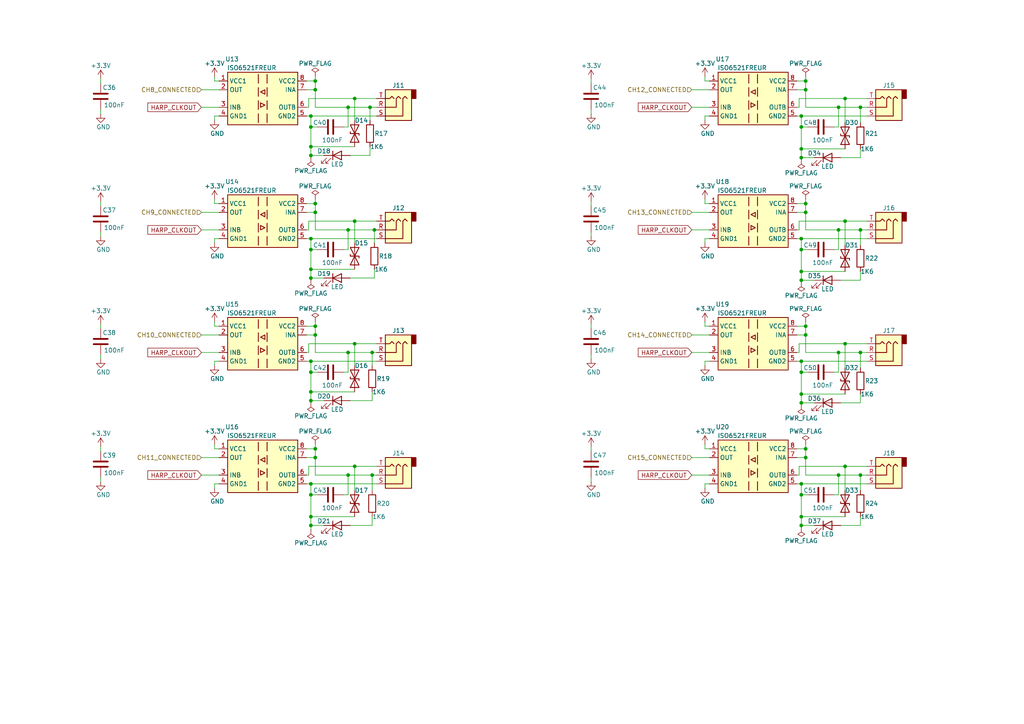
<source format=kicad_sch>
(kicad_sch (version 20231120) (generator "eeschema") (generator_version "8.0")
  (paper "A4")
  (title_block (title "harp.device.white-rabbit") (date "2025-02-21") (rev "1.0.0") (company "The Allen Institute"))
  (junction (at 91.44 26.035))
  (junction (at 233.68 130.175))
  (junction (at 90.17 42.545))
  (junction (at 102.87 135.255))
  (junction (at 91.44 61.595))
  (junction (at 245.11 64.135))
  (junction (at 90.17 72.39))
  (junction (at 232.41 36.83))
  (junction (at 90.17 143.51))
  (junction (at 100.965 66.675))
  (junction (at 100.965 102.235))
  (junction (at 100.965 137.795))
  (junction (at 249.555 31.115))
  (junction (at 249.555 102.235))
  (junction (at 232.41 140.335))
  (junction (at 102.87 28.575))
  (junction (at 232.41 33.655))
  (junction (at 245.11 135.255))
  (junction (at 90.17 107.95))
  (junction (at 243.205 66.675))
  (junction (at 233.68 97.155))
  (junction (at 90.17 113.665))
  (junction (at 90.17 36.83))
  (junction (at 90.17 45.085))
  (junction (at 107.315 31.115))
  (junction (at 108.585 66.675))
  (junction (at 91.44 59.055))
  (junction (at 232.41 69.215))
  (junction (at 90.17 80.645))
  (junction (at 91.44 132.715))
  (junction (at 232.41 149.86))
  (junction (at 102.87 99.695))
  (junction (at 90.17 78.105))
  (junction (at 232.41 81.28))
  (junction (at 232.41 114.3))
  (junction (at 243.205 102.235))
  (junction (at 232.41 107.95))
  (junction (at 233.68 61.595))
  (junction (at 245.11 99.695))
  (junction (at 100.965 31.115))
  (junction (at 245.11 28.575))
  (junction (at 232.41 72.39))
  (junction (at 90.17 149.86))
  (junction (at 102.87 64.135))
  (junction (at 90.17 116.205))
  (junction (at 233.68 132.715))
  (junction (at 90.17 140.335))
  (junction (at 233.68 23.495))
  (junction (at 232.41 116.84))
  (junction (at 233.68 26.035))
  (junction (at 232.41 152.4))
  (junction (at 90.17 33.655))
  (junction (at 91.44 97.155))
  (junction (at 90.17 69.215))
  (junction (at 233.68 59.055))
  (junction (at 90.17 104.775))
  (junction (at 243.205 137.795))
  (junction (at 107.95 137.795))
  (junction (at 107.95 102.235))
  (junction (at 233.68 94.615))
  (junction (at 91.44 130.175))
  (junction (at 249.555 66.675))
  (junction (at 232.41 43.18))
  (junction (at 232.41 78.74))
  (junction (at 90.17 152.4))
  (junction (at 232.41 104.775))
  (junction (at 91.44 23.495))
  (junction (at 243.205 31.115))
  (junction (at 91.44 94.615))
  (junction (at 232.41 143.51))
  (junction (at 249.555 137.795))
  (junction (at 232.41 45.72))
  (wire (pts (xy 231.775 66.675) (xy 231.775 64.135)))
  (wire (pts (xy 107.95 137.795) (xy 109.22 137.795)))
  (wire (pts (xy 241.935 72.39) (xy 243.205 72.39)))
  (wire (pts (xy 232.41 78.74) (xy 245.11 78.74)))
  (wire (pts (xy 90.17 72.39) (xy 90.17 69.215)))
  (wire (pts (xy 91.44 22.225) (xy 91.44 23.495)))
  (wire (pts (xy 243.205 137.795) (xy 243.205 143.51)))
  (wire (pts (xy 90.17 72.39) (xy 92.075 72.39)))
  (wire (pts (xy 29.21 129.54) (xy 29.21 130.81)))
  (wire (pts (xy 91.44 93.345) (xy 91.44 94.615)))
  (wire (pts (xy 232.41 43.18) (xy 245.11 43.18)))
  (wire (pts (xy 249.555 78.74) (xy 249.555 81.28)))
  (wire (pts (xy 232.41 140.335) (xy 251.46 140.335)))
  (wire (pts (xy 89.535 64.135) (xy 102.87 64.135)))
  (wire (pts (xy 90.17 80.645) (xy 90.17 81.28)))
  (wire (pts (xy 91.44 97.155) (xy 91.44 94.615)))
  (wire (pts (xy 90.17 69.215) (xy 109.22 69.215)))
  (wire (pts (xy 233.68 61.595) (xy 233.68 59.055)))
  (wire (pts (xy 243.205 31.115) (xy 249.555 31.115)))
  (wire (pts (xy 108.585 80.645) (xy 101.6 80.645)))
  (wire (pts (xy 243.205 66.675) (xy 249.555 66.675)))
  (wire (pts (xy 90.17 45.085) (xy 90.17 45.72)))
  (wire (pts (xy 204.47 33.655) (xy 204.47 34.925)))
  (wire (pts (xy 232.41 69.215) (xy 251.46 69.215)))
  (wire (pts (xy 90.17 36.83) (xy 90.17 33.655)))
  (wire (pts (xy 29.21 31.75) (xy 29.21 33.02)))
  (wire (pts (xy 204.47 22.225) (xy 204.47 23.495)))
  (wire (pts (xy 231.775 102.235) (xy 231.775 99.695)))
  (wire (pts (xy 249.555 66.675) (xy 249.555 71.12)))
  (wire (pts (xy 90.17 143.51) (xy 90.17 140.335)))
  (wire (pts (xy 90.17 78.105) (xy 102.87 78.105)))
  (wire (pts (xy 249.555 31.115) (xy 251.46 31.115)))
  (wire (pts (xy 245.11 28.575) (xy 251.46 28.575)))
  (wire (pts (xy 200.66 31.115) (xy 205.74 31.115)))
  (wire (pts (xy 241.935 143.51) (xy 243.205 143.51)))
  (wire (pts (xy 58.42 132.715) (xy 63.5 132.715)))
  (wire (pts (xy 108.585 66.675) (xy 109.22 66.675)))
  (wire (pts (xy 233.68 102.235) (xy 233.68 97.155)))
  (wire (pts (xy 63.5 140.335) (xy 62.23 140.335)))
  (wire (pts (xy 232.41 36.83) (xy 232.41 33.655)))
  (wire (pts (xy 232.41 45.72) (xy 236.22 45.72)))
  (wire (pts (xy 232.41 36.83) (xy 232.41 43.18)))
  (wire (pts (xy 58.42 26.035) (xy 63.5 26.035)))
  (wire (pts (xy 231.14 23.495) (xy 233.68 23.495)))
  (wire (pts (xy 102.87 135.255) (xy 109.22 135.255)))
  (wire (pts (xy 205.74 130.175) (xy 204.47 130.175)))
  (wire (pts (xy 107.95 149.86) (xy 107.95 152.4)))
  (wire (pts (xy 243.205 31.115) (xy 243.205 36.83)))
  (wire (pts (xy 205.74 69.215) (xy 204.47 69.215)))
  (wire (pts (xy 232.41 81.28) (xy 232.41 81.915)))
  (wire (pts (xy 232.41 43.18) (xy 232.41 45.72)))
  (wire (pts (xy 233.68 22.225) (xy 233.68 23.495)))
  (wire (pts (xy 91.44 66.675) (xy 91.44 61.595)))
  (wire (pts (xy 90.17 42.545) (xy 102.87 42.545)))
  (wire (pts (xy 232.41 116.84) (xy 236.22 116.84)))
  (wire (pts (xy 63.5 23.495) (xy 62.23 23.495)))
  (wire (pts (xy 243.205 102.235) (xy 243.205 107.95)))
  (wire (pts (xy 90.17 42.545) (xy 90.17 45.085)))
  (wire (pts (xy 171.45 93.98) (xy 171.45 95.25)))
  (wire (pts (xy 62.23 22.225) (xy 62.23 23.495)))
  (wire (pts (xy 233.68 66.675) (xy 243.205 66.675)))
  (wire (pts (xy 62.23 69.215) (xy 62.23 70.485)))
  (wire (pts (xy 63.5 59.055) (xy 62.23 59.055)))
  (wire (pts (xy 200.66 97.155) (xy 205.74 97.155)))
  (wire (pts (xy 232.41 152.4) (xy 236.22 152.4)))
  (wire (pts (xy 62.23 57.785) (xy 62.23 59.055)))
  (wire (pts (xy 88.9 132.715) (xy 91.44 132.715)))
  (wire (pts (xy 99.695 107.95) (xy 100.965 107.95)))
  (wire (pts (xy 102.87 28.575) (xy 109.22 28.575)))
  (wire (pts (xy 231.14 140.335) (xy 232.41 140.335)))
  (wire (pts (xy 249.555 116.84) (xy 243.84 116.84)))
  (wire (pts (xy 91.44 137.795) (xy 100.965 137.795)))
  (wire (pts (xy 90.17 152.4) (xy 90.17 153.67)))
  (wire (pts (xy 100.965 31.115) (xy 107.315 31.115)))
  (wire (pts (xy 102.87 64.135) (xy 109.22 64.135)))
  (wire (pts (xy 91.44 31.115) (xy 100.965 31.115)))
  (wire (pts (xy 233.68 132.715) (xy 233.68 130.175)))
  (wire (pts (xy 63.5 94.615) (xy 62.23 94.615)))
  (wire (pts (xy 249.555 66.675) (xy 251.46 66.675)))
  (wire (pts (xy 249.555 45.72) (xy 243.84 45.72)))
  (wire (pts (xy 205.74 104.775) (xy 204.47 104.775)))
  (wire (pts (xy 62.23 33.655) (xy 62.23 34.925)))
  (wire (pts (xy 90.17 33.655) (xy 109.22 33.655)))
  (wire (pts (xy 108.585 78.105) (xy 108.585 80.645)))
  (wire (pts (xy 231.775 28.575) (xy 245.11 28.575)))
  (wire (pts (xy 249.555 114.3) (xy 249.555 116.84)))
  (wire (pts (xy 58.42 97.155) (xy 63.5 97.155)))
  (wire (pts (xy 231.14 33.655) (xy 232.41 33.655)))
  (wire (pts (xy 90.17 107.95) (xy 90.17 113.665)))
  (wire (pts (xy 29.21 58.42) (xy 29.21 59.69)))
  (wire (pts (xy 245.11 99.695) (xy 251.46 99.695)))
  (wire (pts (xy 107.95 102.235) (xy 109.22 102.235)))
  (wire (pts (xy 205.74 94.615) (xy 204.47 94.615)))
  (wire (pts (xy 232.41 143.51) (xy 234.315 143.51)))
  (wire (pts (xy 232.41 107.95) (xy 232.41 114.3)))
  (wire (pts (xy 107.95 116.205) (xy 101.6 116.205)))
  (wire (pts (xy 62.23 140.335) (xy 62.23 141.605)))
  (wire (pts (xy 200.66 26.035) (xy 205.74 26.035)))
  (wire (pts (xy 249.555 102.235) (xy 249.555 106.68)))
  (wire (pts (xy 90.17 107.95) (xy 92.075 107.95)))
  (wire (pts (xy 231.14 26.035) (xy 233.68 26.035)))
  (wire (pts (xy 231.775 137.795) (xy 231.775 135.255)))
  (wire (pts (xy 232.41 81.28) (xy 236.22 81.28)))
  (wire (pts (xy 89.535 102.235) (xy 89.535 99.695)))
  (wire (pts (xy 90.17 78.105) (xy 90.17 80.645)))
  (wire (pts (xy 200.66 137.795) (xy 205.74 137.795)))
  (wire (pts (xy 90.17 152.4) (xy 93.98 152.4)))
  (wire (pts (xy 100.965 102.235) (xy 100.965 107.95)))
  (wire (pts (xy 102.87 99.695) (xy 109.22 99.695)))
  (wire (pts (xy 89.535 137.795) (xy 89.535 135.255)))
  (wire (pts (xy 88.9 137.795) (xy 89.535 137.795)))
  (wire (pts (xy 233.68 31.115) (xy 233.68 26.035)))
  (wire (pts (xy 232.41 114.3) (xy 232.41 116.84)))
  (wire (pts (xy 231.14 66.675) (xy 231.775 66.675)))
  (wire (pts (xy 232.41 152.4) (xy 232.41 153.035)))
  (wire (pts (xy 90.17 107.95) (xy 90.17 104.775)))
  (wire (pts (xy 231.14 130.175) (xy 233.68 130.175)))
  (wire (pts (xy 232.41 45.72) (xy 232.41 46.355)))
  (wire (pts (xy 233.68 137.795) (xy 233.68 132.715)))
  (wire (pts (xy 171.45 58.42) (xy 171.45 59.69)))
  (wire (pts (xy 108.585 66.675) (xy 108.585 70.485)))
  (wire (pts (xy 107.315 31.115) (xy 109.22 31.115)))
  (wire (pts (xy 232.41 104.775) (xy 251.46 104.775)))
  (wire (pts (xy 58.42 31.115) (xy 63.5 31.115)))
  (wire (pts (xy 89.535 99.695) (xy 102.87 99.695)))
  (wire (pts (xy 91.44 102.235) (xy 91.44 97.155)))
  (wire (pts (xy 107.95 137.795) (xy 107.95 142.24)))
  (wire (pts (xy 90.17 80.645) (xy 93.98 80.645)))
  (wire (pts (xy 205.74 23.495) (xy 204.47 23.495)))
  (wire (pts (xy 232.41 72.39) (xy 232.41 69.215)))
  (wire (pts (xy 63.5 69.215) (xy 62.23 69.215)))
  (wire (pts (xy 29.21 22.86) (xy 29.21 24.13)))
  (wire (pts (xy 245.11 135.255) (xy 245.11 142.24)))
  (wire (pts (xy 88.9 104.775) (xy 90.17 104.775)))
  (wire (pts (xy 107.315 31.115) (xy 107.315 34.925)))
  (wire (pts (xy 231.14 31.115) (xy 231.775 31.115)))
  (wire (pts (xy 200.66 132.715) (xy 205.74 132.715)))
  (wire (pts (xy 245.11 135.255) (xy 251.46 135.255)))
  (wire (pts (xy 90.17 143.51) (xy 90.17 149.86)))
  (wire (pts (xy 204.47 104.775) (xy 204.47 106.045)))
  (wire (pts (xy 171.45 102.87) (xy 171.45 104.14)))
  (wire (pts (xy 171.45 67.31) (xy 171.45 68.58)))
  (wire (pts (xy 171.45 22.86) (xy 171.45 24.13)))
  (wire (pts (xy 100.965 102.235) (xy 107.95 102.235)))
  (wire (pts (xy 231.14 61.595) (xy 233.68 61.595)))
  (wire (pts (xy 107.315 42.545) (xy 107.315 45.085)))
  (wire (pts (xy 245.11 28.575) (xy 245.11 35.56)))
  (wire (pts (xy 107.315 45.085) (xy 101.6 45.085)))
  (wire (pts (xy 233.68 102.235) (xy 243.205 102.235)))
  (wire (pts (xy 107.95 152.4) (xy 101.6 152.4)))
  (wire (pts (xy 249.555 31.115) (xy 249.555 35.56)))
  (wire (pts (xy 233.68 31.115) (xy 243.205 31.115)))
  (wire (pts (xy 204.47 128.905) (xy 204.47 130.175)))
  (wire (pts (xy 91.44 137.795) (xy 91.44 132.715)))
  (wire (pts (xy 91.44 102.235) (xy 100.965 102.235)))
  (wire (pts (xy 88.9 23.495) (xy 91.44 23.495)))
  (wire (pts (xy 29.21 93.98) (xy 29.21 95.25)))
  (wire (pts (xy 90.17 113.665) (xy 90.17 116.205)))
  (wire (pts (xy 102.87 135.255) (xy 102.87 142.24)))
  (wire (pts (xy 88.9 94.615) (xy 91.44 94.615)))
  (wire (pts (xy 231.14 97.155) (xy 233.68 97.155)))
  (wire (pts (xy 100.965 31.115) (xy 100.965 36.83)))
  (wire (pts (xy 232.41 72.39) (xy 234.315 72.39)))
  (wire (pts (xy 204.47 140.335) (xy 204.47 141.605)))
  (wire (pts (xy 99.695 72.39) (xy 100.965 72.39)))
  (wire (pts (xy 91.44 128.905) (xy 91.44 130.175)))
  (wire (pts (xy 233.68 26.035) (xy 233.68 23.495)))
  (wire (pts (xy 233.68 93.345) (xy 233.68 94.615)))
  (wire (pts (xy 204.47 69.215) (xy 204.47 70.485)))
  (wire (pts (xy 107.95 102.235) (xy 107.95 106.045)))
  (wire (pts (xy 245.11 64.135) (xy 251.46 64.135)))
  (wire (pts (xy 88.9 31.115) (xy 89.535 31.115)))
  (wire (pts (xy 99.695 143.51) (xy 100.965 143.51)))
  (wire (pts (xy 29.21 138.43) (xy 29.21 139.7)))
  (wire (pts (xy 204.47 57.785) (xy 204.47 59.055)))
  (wire (pts (xy 171.45 129.54) (xy 171.45 130.81)))
  (wire (pts (xy 171.45 31.75) (xy 171.45 33.02)))
  (wire (pts (xy 232.41 149.86) (xy 232.41 152.4)))
  (wire (pts (xy 89.535 31.115) (xy 89.535 28.575)))
  (wire (pts (xy 90.17 143.51) (xy 92.075 143.51)))
  (wire (pts (xy 102.87 28.575) (xy 102.87 34.925)))
  (wire (pts (xy 100.965 66.675) (xy 100.965 72.39)))
  (wire (pts (xy 58.42 102.235) (xy 63.5 102.235)))
  (wire (pts (xy 91.44 66.675) (xy 100.965 66.675)))
  (wire (pts (xy 205.74 140.335) (xy 204.47 140.335)))
  (wire (pts (xy 88.9 140.335) (xy 90.17 140.335)))
  (wire (pts (xy 90.17 116.205) (xy 90.17 116.84)))
  (wire (pts (xy 245.11 64.135) (xy 245.11 71.12)))
  (wire (pts (xy 88.9 97.155) (xy 91.44 97.155)))
  (wire (pts (xy 62.23 104.775) (xy 62.23 106.045)))
  (wire (pts (xy 249.555 137.795) (xy 251.46 137.795)))
  (wire (pts (xy 249.555 43.18) (xy 249.555 45.72)))
  (wire (pts (xy 232.41 78.74) (xy 232.41 81.28)))
  (wire (pts (xy 233.68 128.905) (xy 233.68 130.175)))
  (wire (pts (xy 90.17 36.83) (xy 90.17 42.545)))
  (wire (pts (xy 63.5 33.655) (xy 62.23 33.655)))
  (wire (pts (xy 200.66 102.235) (xy 205.74 102.235)))
  (wire (pts (xy 88.9 66.675) (xy 89.535 66.675)))
  (wire (pts (xy 233.68 97.155) (xy 233.68 94.615)))
  (wire (pts (xy 232.41 143.51) (xy 232.41 149.86)))
  (wire (pts (xy 62.23 128.905) (xy 62.23 130.175)))
  (wire (pts (xy 100.965 137.795) (xy 100.965 143.51)))
  (wire (pts (xy 231.14 132.715) (xy 233.68 132.715)))
  (wire (pts (xy 232.41 107.95) (xy 234.315 107.95)))
  (wire (pts (xy 232.41 143.51) (xy 232.41 140.335)))
  (wire (pts (xy 249.555 152.4) (xy 243.84 152.4)))
  (wire (pts (xy 243.205 66.675) (xy 243.205 72.39)))
  (wire (pts (xy 88.9 59.055) (xy 91.44 59.055)))
  (wire (pts (xy 232.41 107.95) (xy 232.41 104.775)))
  (wire (pts (xy 232.41 33.655) (xy 251.46 33.655)))
  (wire (pts (xy 232.41 72.39) (xy 232.41 78.74)))
  (wire (pts (xy 100.965 66.675) (xy 108.585 66.675)))
  (wire (pts (xy 231.14 59.055) (xy 233.68 59.055)))
  (wire (pts (xy 249.555 81.28) (xy 243.84 81.28)))
  (wire (pts (xy 88.9 130.175) (xy 91.44 130.175)))
  (wire (pts (xy 91.44 57.785) (xy 91.44 59.055)))
  (wire (pts (xy 62.23 93.345) (xy 62.23 94.615)))
  (wire (pts (xy 58.42 137.795) (xy 63.5 137.795)))
  (wire (pts (xy 231.14 102.235) (xy 231.775 102.235)))
  (wire (pts (xy 90.17 45.085) (xy 93.98 45.085)))
  (wire (pts (xy 90.17 149.86) (xy 102.87 149.86)))
  (wire (pts (xy 200.66 61.595) (xy 205.74 61.595)))
  (wire (pts (xy 233.68 137.795) (xy 243.205 137.795)))
  (wire (pts (xy 231.14 94.615) (xy 233.68 94.615)))
  (wire (pts (xy 88.9 102.235) (xy 89.535 102.235)))
  (wire (pts (xy 90.17 78.105) (xy 90.17 72.39)))
  (wire (pts (xy 102.87 99.695) (xy 102.87 106.045)))
  (wire (pts (xy 90.17 116.205) (xy 93.98 116.205)))
  (wire (pts (xy 91.44 132.715) (xy 91.44 130.175)))
  (wire (pts (xy 99.695 36.83) (xy 100.965 36.83)))
  (wire (pts (xy 200.66 66.675) (xy 205.74 66.675)))
  (wire (pts (xy 88.9 61.595) (xy 91.44 61.595)))
  (wire (pts (xy 232.41 36.83) (xy 234.315 36.83)))
  (wire (pts (xy 241.935 107.95) (xy 243.205 107.95)))
  (wire (pts (xy 233.68 66.675) (xy 233.68 61.595)))
  (wire (pts (xy 58.42 66.675) (xy 63.5 66.675)))
  (wire (pts (xy 204.47 93.345) (xy 204.47 94.615)))
  (wire (pts (xy 243.205 137.795) (xy 249.555 137.795)))
  (wire (pts (xy 90.17 36.83) (xy 92.075 36.83)))
  (wire (pts (xy 89.535 28.575) (xy 102.87 28.575)))
  (wire (pts (xy 63.5 104.775) (xy 62.23 104.775)))
  (wire (pts (xy 249.555 102.235) (xy 251.46 102.235)))
  (wire (pts (xy 233.68 57.785) (xy 233.68 59.055)))
  (wire (pts (xy 90.17 140.335) (xy 109.22 140.335)))
  (wire (pts (xy 90.17 149.86) (xy 90.17 152.4)))
  (wire (pts (xy 91.44 61.595) (xy 91.44 59.055)))
  (wire (pts (xy 90.17 104.775) (xy 109.22 104.775)))
  (wire (pts (xy 89.535 135.255) (xy 102.87 135.255)))
  (wire (pts (xy 231.775 64.135) (xy 245.11 64.135)))
  (wire (pts (xy 102.87 64.135) (xy 102.87 70.485)))
  (wire (pts (xy 29.21 67.31) (xy 29.21 68.58)))
  (wire (pts (xy 232.41 149.86) (xy 245.11 149.86)))
  (wire (pts (xy 89.535 66.675) (xy 89.535 64.135)))
  (wire (pts (xy 232.41 114.3) (xy 245.11 114.3)))
  (wire (pts (xy 100.965 137.795) (xy 107.95 137.795)))
  (wire (pts (xy 63.5 130.175) (xy 62.23 130.175)))
  (wire (pts (xy 249.555 137.795) (xy 249.555 142.24)))
  (wire (pts (xy 88.9 26.035) (xy 91.44 26.035)))
  (wire (pts (xy 231.14 69.215) (xy 232.41 69.215)))
  (wire (pts (xy 231.775 135.255) (xy 245.11 135.255)))
  (wire (pts (xy 91.44 26.035) (xy 91.44 23.495)))
  (wire (pts (xy 243.205 102.235) (xy 249.555 102.235)))
  (wire (pts (xy 171.45 138.43) (xy 171.45 139.7)))
  (wire (pts (xy 231.14 137.795) (xy 231.775 137.795)))
  (wire (pts (xy 90.17 113.665) (xy 102.87 113.665)))
  (wire (pts (xy 58.42 61.595) (xy 63.5 61.595)))
  (wire (pts (xy 91.44 31.115) (xy 91.44 26.035)))
  (wire (pts (xy 232.41 116.84) (xy 232.41 117.475)))
  (wire (pts (xy 245.11 99.695) (xy 245.11 106.68)))
  (wire (pts (xy 88.9 33.655) (xy 90.17 33.655)))
  (wire (pts (xy 249.555 149.86) (xy 249.555 152.4)))
  (wire (pts (xy 241.935 36.83) (xy 243.205 36.83)))
  (wire (pts (xy 205.74 33.655) (xy 204.47 33.655)))
  (wire (pts (xy 29.21 102.87) (xy 29.21 104.14)))
  (wire (pts (xy 88.9 69.215) (xy 90.17 69.215)))
  (wire (pts (xy 107.95 113.665) (xy 107.95 116.205)))
  (wire (pts (xy 231.775 99.695) (xy 245.11 99.695)))
  (wire (pts (xy 231.14 104.775) (xy 232.41 104.775)))
  (wire (pts (xy 205.74 59.055) (xy 204.47 59.055)))
  (wire (pts (xy 231.775 31.115) (xy 231.775 28.575)))
  (global_label "HARP_CLKOUT" (shape input) (at 58.42 66.675 180) (property "Intersheetrefs" "${INTERSHEET_REFS}" (effects (hide yes))))
  (global_label "HARP_CLKOUT" (shape input) (at 200.66 66.675 180) (property "Intersheetrefs" "${INTERSHEET_REFS}" (effects (hide yes))))
  (global_label "HARP_CLKOUT" (shape input) (at 200.66 137.795 180) (property "Intersheetrefs" "${INTERSHEET_REFS}" (effects (hide yes))))
  (global_label "HARP_CLKOUT" (shape input) (at 200.66 31.115 180) (property "Intersheetrefs" "${INTERSHEET_REFS}" (effects (hide yes))))
  (global_label "HARP_CLKOUT" (shape input) (at 200.66 102.235 180) (property "Intersheetrefs" "${INTERSHEET_REFS}" (effects (hide yes))))
  (global_label "HARP_CLKOUT" (shape input) (at 58.42 102.235 180) (property "Intersheetrefs" "${INTERSHEET_REFS}" (effects (hide yes))))
  (global_label "HARP_CLKOUT" (shape input) (at 58.42 137.795 180) (property "Intersheetrefs" "${INTERSHEET_REFS}" (effects (hide yes))))
  (global_label "HARP_CLKOUT" (shape input) (at 58.42 31.115 180) (property "Intersheetrefs" "${INTERSHEET_REFS}" (effects (hide yes))))
  (hierarchical_label "CH10_CONNECTED" (shape input) (at 58.42 97.155 180))
  (hierarchical_label "CH8_CONNECTED" (shape input) (at 58.42 26.035 180))
  (hierarchical_label "CH15_CONNECTED" (shape input) (at 200.66 132.715 180))
  (hierarchical_label "CH12_CONNECTED" (shape input) (at 200.66 26.035 180))
  (hierarchical_label "CH14_CONNECTED" (shape input) (at 200.66 97.155 180))
  (hierarchical_label "CH9_CONNECTED" (shape input) (at 58.42 61.595 180))
  (hierarchical_label "CH11_CONNECTED" (shape input) (at 58.42 132.715 180))
  (hierarchical_label "CH13_CONNECTED" (shape input) (at 200.66 61.595 180))
  (symbol (lib_id "power:+3.3V") (at 29.21 58.42 0) (unit 1)
    (property "Reference" "#PWR091" (effects (hide yes)))
    (property "Value" "+3.3V" (at 29.21 54.61 0))
    (instances (project "clock_sync_16" (path "" (reference "#PWR091") (unit 1))) (project "harp_lick_detector_capactive" (path "" (reference "#PWR017") (unit 1))))
  )
  (symbol (lib_id "kicad_component_library:ISO6521FREUR") (at 218.44 99.695 0) (unit 1)
    (property "Reference" "U19" (at 209.55 88.265 0))
    (property "Value" "ISO6521FREUR" (at 215.265 90.805 0))
    (property "Footprint" "kicad_component_library:DFN-8_3x2mm_P0.5mm" (effects (hide yes)))
    (property "Datasheet" "https://www.ti.com/lit/ds/symlink/iso6521.pdf?ts=1710940335793&ref_url=https%253A%252F%252Fwww.ti.com%252Fproduct%252FISO6521" (effects (hide yes)))
    (property "Manufacturer" "Texas Instruments" (effects (hide yes)))
    (property "Manufacturer Number" "ISO6521FREUR" (effects (hide yes)))
  )
  (symbol (lib_id "Device:C") (at 171.45 134.62 180) (unit 1)
    (property "Reference" "C47" (at 175.895 132.08 0) (effects (justify left)))
    (property "Value" "100nF" (at 178.435 137.16 0) (effects (justify left)))
    (property "Footprint" "Capacitor_SMD:C_0402_1005Metric" (effects (hide yes)))
    (property "Datasheet" "http://www.passivecomponent.com/wp-content/uploads/datasheet/WTC_MLCC_General_Purpose.pdf" (effects (hide yes)))
    (property "Link" "https://www.digikey.com/en/products/detail/walsin-technology-corporation/0402B104K160CT/6707534" (effects (hide yes)))
    (property "Manufacturer" "Walson Technology Corporation" (effects (hide yes)))
    (property "Manufacturer Number" "0402B104K160CT" (effects (hide yes)))
    (property "Rated Voltage" "16V" (effects (hide yes)))
    (property "Temperature Coefficient" "X7R" (effects (hide yes)))
    (property "Tolerance" "10%" (effects (hide yes)))
    (property "PCBWay Link" "https://www.pcbway.com/components/detail/0402B104K160CT/307171/" (effects (hide yes)))
    (instances (project "clock_sync_16" (path "" (reference "C47") (unit 1))) (project "harp_lick_detector_capactive" (path "" (reference "C1") (unit 1))))
  )
  (symbol (lib_id "Device:D_TVS") (at 245.11 146.05 90) (unit 1)
    (property "Reference" "D33" (at 245.11 142.24 90) (effects (justify right)))
    (property "Value" "D_TVS" (effects (hide yes)))
    (property "Footprint" "Diode_SMD:D_0402_1005Metric" (effects (hide yes)))
    (property "Datasheet" "https://assets.nexperia.com/documents/data-sheet/PESD5V0F1BLD.pdf" (effects (hide yes)))
    (property "Link" "https://www.digikey.com/en/products/detail/nexperia-usa-inc/PESD5V0F1BLD-315/3679473" (effects (hide yes)))
    (property "Manufacturer" "Nexperia USA Inc." (effects (hide yes)))
    (property "Manufacturer Number" "PESD5V0F1BLD,315" (effects (hide yes)))
    (property "Notes" "not polarized" (effects (hide yes)))
    (instances (project "clock_sync_16" (path "" (reference "D33") (unit 1))) (project "usb_isolated" (path "" (reference "D3") (unit 1))))
  )
  (symbol (lib_id "power:PWR_FLAG") (at 232.41 153.035 180) (unit 1)
    (property "Reference" "#FLG031" (effects (hide yes)))
    (property "Value" "PWR_FLAG" (at 232.41 156.845 0))
  )
  (symbol (lib_id "power:+3.3V") (at 29.21 22.86 0) (unit 1)
    (property "Reference" "#PWR089" (effects (hide yes)))
    (property "Value" "+3.3V" (at 29.21 19.05 0))
    (instances (project "clock_sync_16" (path "" (reference "#PWR089") (unit 1))) (project "harp_lick_detector_capactive" (path "" (reference "#PWR017") (unit 1))))
  )
  (symbol (lib_id "power:GND") (at 29.21 104.14 0) (unit 1)
    (property "Reference" "#PWR094" (effects (hide yes)))
    (property "Value" "GND" (at 27.94 107.95 0) (effects (justify left)))
    (instances (project "clock_sync_16" (path "" (reference "#PWR094") (unit 1))) (project "harp_lick_detector_capactive" (path "" (reference "#PWR018") (unit 1))))
  )
  (symbol (lib_id "Device:D_TVS") (at 245.11 39.37 90) (unit 1)
    (property "Reference" "D30" (at 245.11 35.56 90) (effects (justify right)))
    (property "Value" "D_TVS" (effects (hide yes)))
    (property "Footprint" "Diode_SMD:D_0402_1005Metric" (effects (hide yes)))
    (property "Datasheet" "https://assets.nexperia.com/documents/data-sheet/PESD5V0F1BLD.pdf" (effects (hide yes)))
    (property "Link" "https://www.digikey.com/en/products/detail/nexperia-usa-inc/PESD5V0F1BLD-315/3679473" (effects (hide yes)))
    (property "Manufacturer" "Nexperia USA Inc." (effects (hide yes)))
    (property "Manufacturer Number" "PESD5V0F1BLD,315" (effects (hide yes)))
    (property "Notes" "not polarized" (effects (hide yes)))
    (instances (project "clock_sync_16" (path "" (reference "D30") (unit 1))) (project "usb_isolated" (path "" (reference "D3") (unit 1))))
  )
  (symbol (lib_id "Connector:AudioJack3") (at 114.3 31.115 180) (unit 1)
    (property "Reference" "J11" (at 115.57 24.765 0))
    (property "Value" "AudioJack3" (effects (hide yes)))
    (property "Footprint" "kicad_component_library:Jack_3.5mm_Kycon_STX-3680-5NB_Vertical" (effects (hide yes)))
    (property "Datasheet" "https://www.kycon.com/Pub_Eng_Draw/STX-3680-5NB.pdf" (effects (hide yes)))
    (property "Link" "https://www.digikey.com/en/products/detail/kycon-inc/STX-3680-5NB/9975997" (effects (hide yes)))
    (property "Manufacturer Number" "STX-3680-5NB" (effects (hide yes)))
    (property "Manufacturer" "Kycon" (effects (hide yes)))
    (instances (project "clock_sync_16" (path "" (reference "J11") (unit 1))) (project "harp_lick_detector_capactive" (path "" (reference "J4") (unit 1))))
  )
  (symbol (lib_id "power:PWR_FLAG") (at 233.68 22.225 0) (unit 1)
    (property "Reference" "#FLG032" (effects (hide yes)))
    (property "Value" "PWR_FLAG" (at 233.68 18.415 0))
  )
  (symbol (lib_id "power:PWR_FLAG") (at 232.41 117.475 180) (unit 1)
    (property "Reference" "#FLG030" (effects (hide yes)))
    (property "Value" "PWR_FLAG" (at 232.41 121.285 0))
  )
  (symbol (lib_id "Device:D_TVS") (at 102.87 109.855 90) (unit 1)
    (property "Reference" "D16" (at 102.87 106.045 90) (effects (justify right)))
    (property "Value" "D_TVS" (effects (hide yes)))
    (property "Footprint" "Diode_SMD:D_0402_1005Metric" (effects (hide yes)))
    (property "Datasheet" "https://assets.nexperia.com/documents/data-sheet/PESD5V0F1BLD.pdf" (effects (hide yes)))
    (property "Link" "https://www.digikey.com/en/products/detail/nexperia-usa-inc/PESD5V0F1BLD-315/3679473" (effects (hide yes)))
    (property "Manufacturer" "Nexperia USA Inc." (effects (hide yes)))
    (property "Manufacturer Number" "PESD5V0F1BLD,315" (effects (hide yes)))
    (property "Notes" "not polarized" (effects (hide yes)))
    (instances (project "clock_sync_16" (path "" (reference "D16") (unit 1))) (project "usb_isolated" (path "" (reference "D3") (unit 1))))
  )
  (symbol (lib_id "Device:D_TVS") (at 102.87 74.295 90) (unit 1)
    (property "Reference" "D15" (at 102.87 70.485 90) (effects (justify right)))
    (property "Value" "D_TVS" (effects (hide yes)))
    (property "Footprint" "Diode_SMD:D_0402_1005Metric" (effects (hide yes)))
    (property "Datasheet" "https://assets.nexperia.com/documents/data-sheet/PESD5V0F1BLD.pdf" (effects (hide yes)))
    (property "Link" "https://www.digikey.com/en/products/detail/nexperia-usa-inc/PESD5V0F1BLD-315/3679473" (effects (hide yes)))
    (property "Manufacturer" "Nexperia USA Inc." (effects (hide yes)))
    (property "Manufacturer Number" "PESD5V0F1BLD,315" (effects (hide yes)))
    (property "Notes" "not polarized" (effects (hide yes)))
    (instances (project "clock_sync_16" (path "" (reference "D15") (unit 1))) (project "usb_isolated" (path "" (reference "D3") (unit 1))))
  )
  (symbol (lib_id "power:+3.3V") (at 204.47 57.785 0) (unit 1)
    (property "Reference" "#PWR0131" (effects (hide yes)))
    (property "Value" "+3.3V" (at 204.47 53.975 0))
  )
  (symbol (lib_id "Connector:AudioJack3") (at 256.54 66.675 180) (unit 1)
    (property "Reference" "J16" (at 257.81 60.325 0))
    (property "Value" "AudioJack3" (effects (hide yes)))
    (property "Footprint" "kicad_component_library:Jack_3.5mm_Kycon_STX-3680-5NB_Vertical" (effects (hide yes)))
    (property "Datasheet" "https://www.kycon.com/Pub_Eng_Draw/STX-3680-5NB.pdf" (effects (hide yes)))
    (property "Link" "https://www.digikey.com/en/products/detail/kycon-inc/STX-3680-5NB/9975997" (effects (hide yes)))
    (property "Manufacturer Number" "STX-3680-5NB" (effects (hide yes)))
    (property "Manufacturer" "Kycon" (effects (hide yes)))
    (instances (project "clock_sync_16" (path "" (reference "J16") (unit 1))) (project "harp_lick_detector_capactive" (path "" (reference "J4") (unit 1))))
  )
  (symbol (lib_id "power:GND") (at 204.47 34.925 0) (unit 1)
    (property "Reference" "#PWR0130" (effects (hide yes)))
    (property "Value" "GND" (at 203.2 38.735 0) (effects (justify left)))
    (instances (project "clock_sync_16" (path "" (reference "#PWR0130") (unit 1))) (project "harp_lick_detector_capactive" (path "" (reference "#PWR031") (unit 1))))
  )
  (symbol (lib_id "Device:LED") (at 240.03 81.28 0) (unit 1)
    (property "Reference" "D35" (at 236.22 80.01 0))
    (property "Value" "LED" (at 240.03 83.82 0))
    (property "Footprint" "LED_SMD:LED_0603_1608Metric_Pad1.05x0.95mm_HandSolder" (effects (hide yes)))
    (property "Datasheet" "https://www.sunledusa.com/products/spec/XZCM2CYK53WA-1VF.pdf" (effects (hide yes)))
    (property "Manufacturer" "Kingbright" (effects (hide yes)))
    (property "Manufacturer Number" "XZCM2CYK53WA-1VF" (effects (hide yes)))
    (property "Link" "https://www.digikey.com/en/products/detail/sunled/XZCM2CYK53WA-1VF/15761903" (effects (hide yes)))
    (property "Notes" "2mA, 24mcd, yellow" (effects (hide yes)))
  )
  (symbol (lib_id "Connector:AudioJack3") (at 256.54 102.235 180) (unit 1)
    (property "Reference" "J17" (at 257.81 95.885 0))
    (property "Value" "AudioJack3" (effects (hide yes)))
    (property "Footprint" "kicad_component_library:Jack_3.5mm_Kycon_STX-3680-5NB_Vertical" (effects (hide yes)))
    (property "Datasheet" "https://www.kycon.com/Pub_Eng_Draw/STX-3680-5NB.pdf" (effects (hide yes)))
    (property "Link" "https://www.digikey.com/en/products/detail/kycon-inc/STX-3680-5NB/9975997" (effects (hide yes)))
    (property "Manufacturer Number" "STX-3680-5NB" (effects (hide yes)))
    (property "Manufacturer" "Kycon" (effects (hide yes)))
    (instances (project "clock_sync_16" (path "" (reference "J17") (unit 1))) (project "harp_lick_detector_capactive" (path "" (reference "J4") (unit 1))))
  )
  (symbol (lib_id "power:+3.3V") (at 204.47 22.225 0) (unit 1)
    (property "Reference" "#PWR0129" (effects (hide yes)))
    (property "Value" "+3.3V" (at 204.47 18.415 0))
  )
  (symbol (lib_id "Connector:AudioJack3") (at 256.54 31.115 180) (unit 1)
    (property "Reference" "J15" (at 257.81 24.765 0))
    (property "Value" "AudioJack3" (effects (hide yes)))
    (property "Footprint" "kicad_component_library:Jack_3.5mm_Kycon_STX-3680-5NB_Vertical" (effects (hide yes)))
    (property "Datasheet" "https://www.kycon.com/Pub_Eng_Draw/STX-3680-5NB.pdf" (effects (hide yes)))
    (property "Link" "https://www.digikey.com/en/products/detail/kycon-inc/STX-3680-5NB/9975997" (effects (hide yes)))
    (property "Manufacturer Number" "STX-3680-5NB" (effects (hide yes)))
    (property "Manufacturer" "Kycon" (effects (hide yes)))
    (instances (project "clock_sync_16" (path "" (reference "J15") (unit 1))) (project "harp_lick_detector_capactive" (path "" (reference "J4") (unit 1))))
  )
  (symbol (lib_id "power:+3.3V") (at 204.47 93.345 0) (unit 1)
    (property "Reference" "#PWR0133" (effects (hide yes)))
    (property "Value" "+3.3V" (at 204.47 89.535 0))
  )
  (symbol (lib_id "power:PWR_FLAG") (at 90.17 45.72 180) (unit 1)
    (property "Reference" "#FLG020" (effects (hide yes)))
    (property "Value" "PWR_FLAG" (at 90.17 49.53 0))
  )
  (symbol (lib_id "Device:LED") (at 240.03 116.84 0) (unit 1)
    (property "Reference" "D36" (at 236.22 115.57 0))
    (property "Value" "LED" (at 240.03 119.38 0))
    (property "Footprint" "LED_SMD:LED_0603_1608Metric_Pad1.05x0.95mm_HandSolder" (effects (hide yes)))
    (property "Datasheet" "https://www.sunledusa.com/products/spec/XZCM2CYK53WA-1VF.pdf" (effects (hide yes)))
    (property "Manufacturer" "Kingbright" (effects (hide yes)))
    (property "Manufacturer Number" "XZCM2CYK53WA-1VF" (effects (hide yes)))
    (property "Link" "https://www.digikey.com/en/products/detail/sunled/XZCM2CYK53WA-1VF/15761903" (effects (hide yes)))
    (property "Notes" "2mA, 24mcd, yellow" (effects (hide yes)))
  )
  (symbol (lib_id "power:PWR_FLAG") (at 90.17 116.84 180) (unit 1)
    (property "Reference" "#FLG022" (effects (hide yes)))
    (property "Value" "PWR_FLAG" (at 90.17 120.65 0))
  )
  (symbol (lib_id "power:GND") (at 62.23 106.045 0) (unit 1)
    (property "Reference" "#PWR0110" (effects (hide yes)))
    (property "Value" "GND" (at 60.96 109.855 0) (effects (justify left)))
    (instances (project "clock_sync_16" (path "" (reference "#PWR0110") (unit 1))) (project "harp_lick_detector_capactive" (path "" (reference "#PWR031") (unit 1))))
  )
  (symbol (lib_id "power:GND") (at 29.21 139.7 0) (unit 1)
    (property "Reference" "#PWR096" (effects (hide yes)))
    (property "Value" "GND" (at 27.94 143.51 0) (effects (justify left)))
    (instances (project "clock_sync_16" (path "" (reference "#PWR096") (unit 1))) (project "harp_lick_detector_capactive" (path "" (reference "#PWR018") (unit 1))))
  )
  (symbol (lib_id "power:PWR_FLAG") (at 232.41 46.355 180) (unit 1)
    (property "Reference" "#FLG028" (effects (hide yes)))
    (property "Value" "PWR_FLAG" (at 232.41 50.165 0))
  )
  (symbol (lib_id "Device:C") (at 95.885 72.39 270) (unit 1)
    (property "Reference" "C41" (at 90.805 71.12 90) (effects (justify left)))
    (property "Value" "100nF" (at 93.345 76.2 90) (effects (justify left)))
    (property "Footprint" "Capacitor_SMD:C_0402_1005Metric" (effects (hide yes)))
    (property "Datasheet" "http://www.passivecomponent.com/wp-content/uploads/datasheet/WTC_MLCC_General_Purpose.pdf" (effects (hide yes)))
    (property "Link" "https://www.digikey.com/en/products/detail/walsin-technology-corporation/0402B104K160CT/6707534" (effects (hide yes)))
    (property "Manufacturer" "Walson Technology Corporation" (effects (hide yes)))
    (property "Manufacturer Number" "0402B104K160CT" (effects (hide yes)))
    (property "Rated Voltage" "16V" (effects (hide yes)))
    (property "Temperature Coefficient" "X7R" (effects (hide yes)))
    (property "Tolerance" "10%" (effects (hide yes)))
    (property "PCBWay Link" "https://www.pcbway.com/components/detail/0402B104K160CT/307171/" (effects (hide yes)))
    (instances (project "clock_sync_16" (path "" (reference "C41") (unit 1))) (project "harp_lick_detector_capactive" (path "" (reference "C1") (unit 1))))
  )
  (symbol (lib_id "Device:LED") (at 97.79 116.205 0) (unit 1)
    (property "Reference" "D20" (at 93.98 114.935 0))
    (property "Value" "LED" (at 97.79 118.745 0))
    (property "Footprint" "LED_SMD:LED_0603_1608Metric_Pad1.05x0.95mm_HandSolder" (effects (hide yes)))
    (property "Datasheet" "https://www.sunledusa.com/products/spec/XZCM2CYK53WA-1VF.pdf" (effects (hide yes)))
    (property "Manufacturer" "Kingbright" (effects (hide yes)))
    (property "Manufacturer Number" "XZCM2CYK53WA-1VF" (effects (hide yes)))
    (property "Link" "https://www.digikey.com/en/products/detail/sunled/XZCM2CYK53WA-1VF/15761903" (effects (hide yes)))
    (property "Notes" "2mA, 24mcd, yellow" (effects (hide yes)))
  )
  (symbol (lib_id "power:GND") (at 204.47 106.045 0) (unit 1)
    (property "Reference" "#PWR0134" (effects (hide yes)))
    (property "Value" "GND" (at 203.2 109.855 0) (effects (justify left)))
    (instances (project "clock_sync_16" (path "" (reference "#PWR0134") (unit 1))) (project "harp_lick_detector_capactive" (path "" (reference "#PWR031") (unit 1))))
  )
  (symbol (lib_id "power:PWR_FLAG") (at 233.68 57.785 0) (unit 1)
    (property "Reference" "#FLG033" (effects (hide yes)))
    (property "Value" "PWR_FLAG" (at 233.68 53.975 0))
  )
  (symbol (lib_id "Device:C") (at 238.125 143.51 270) (unit 1)
    (property "Reference" "C51" (at 233.045 142.24 90) (effects (justify left)))
    (property "Value" "100nF" (at 235.585 147.32 90) (effects (justify left)))
    (property "Footprint" "Capacitor_SMD:C_0402_1005Metric" (effects (hide yes)))
    (property "Datasheet" "http://www.passivecomponent.com/wp-content/uploads/datasheet/WTC_MLCC_General_Purpose.pdf" (effects (hide yes)))
    (property "Link" "https://www.digikey.com/en/products/detail/walsin-technology-corporation/0402B104K160CT/6707534" (effects (hide yes)))
    (property "Manufacturer" "Walson Technology Corporation" (effects (hide yes)))
    (property "Manufacturer Number" "0402B104K160CT" (effects (hide yes)))
    (property "Rated Voltage" "16V" (effects (hide yes)))
    (property "Temperature Coefficient" "X7R" (effects (hide yes)))
    (property "Tolerance" "10%" (effects (hide yes)))
    (property "PCBWay Link" "https://www.pcbway.com/components/detail/0402B104K160CT/307171/" (effects (hide yes)))
    (instances (project "clock_sync_16" (path "" (reference "C51") (unit 1))) (project "harp_lick_detector_capactive" (path "" (reference "C1") (unit 1))))
  )
  (symbol (lib_id "power:+3.3V") (at 62.23 128.905 0) (unit 1)
    (property "Reference" "#PWR0111" (effects (hide yes)))
    (property "Value" "+3.3V" (at 62.23 125.095 0))
  )
  (symbol (lib_id "Device:LED") (at 97.79 80.645 0) (unit 1)
    (property "Reference" "D19" (at 93.98 79.375 0))
    (property "Value" "LED" (at 97.79 83.185 0))
    (property "Footprint" "LED_SMD:LED_0603_1608Metric_Pad1.05x0.95mm_HandSolder" (effects (hide yes)))
    (property "Datasheet" "https://www.sunledusa.com/products/spec/XZCM2CYK53WA-1VF.pdf" (effects (hide yes)))
    (property "Manufacturer" "Kingbright" (effects (hide yes)))
    (property "Manufacturer Number" "XZCM2CYK53WA-1VF" (effects (hide yes)))
    (property "Link" "https://www.digikey.com/en/products/detail/sunled/XZCM2CYK53WA-1VF/15761903" (effects (hide yes)))
    (property "Notes" "2mA, 24mcd, yellow" (effects (hide yes)))
  )
  (symbol (lib_id "Device:D_TVS") (at 245.11 74.93 90) (unit 1)
    (property "Reference" "D31" (at 245.11 71.12 90) (effects (justify right)))
    (property "Value" "D_TVS" (effects (hide yes)))
    (property "Footprint" "Diode_SMD:D_0402_1005Metric" (effects (hide yes)))
    (property "Datasheet" "https://assets.nexperia.com/documents/data-sheet/PESD5V0F1BLD.pdf" (effects (hide yes)))
    (property "Link" "https://www.digikey.com/en/products/detail/nexperia-usa-inc/PESD5V0F1BLD-315/3679473" (effects (hide yes)))
    (property "Manufacturer" "Nexperia USA Inc." (effects (hide yes)))
    (property "Manufacturer Number" "PESD5V0F1BLD,315" (effects (hide yes)))
    (property "Notes" "not polarized" (effects (hide yes)))
    (instances (project "clock_sync_16" (path "" (reference "D31") (unit 1))) (project "usb_isolated" (path "" (reference "D3") (unit 1))))
  )
  (symbol (lib_id "Device:D_TVS") (at 245.11 110.49 90) (unit 1)
    (property "Reference" "D32" (at 245.11 106.68 90) (effects (justify right)))
    (property "Value" "D_TVS" (effects (hide yes)))
    (property "Footprint" "Diode_SMD:D_0402_1005Metric" (effects (hide yes)))
    (property "Datasheet" "https://assets.nexperia.com/documents/data-sheet/PESD5V0F1BLD.pdf" (effects (hide yes)))
    (property "Link" "https://www.digikey.com/en/products/detail/nexperia-usa-inc/PESD5V0F1BLD-315/3679473" (effects (hide yes)))
    (property "Manufacturer" "Nexperia USA Inc." (effects (hide yes)))
    (property "Manufacturer Number" "PESD5V0F1BLD,315" (effects (hide yes)))
    (property "Notes" "not polarized" (effects (hide yes)))
    (instances (project "clock_sync_16" (path "" (reference "D32") (unit 1))) (project "usb_isolated" (path "" (reference "D3") (unit 1))))
  )
  (symbol (lib_id "power:+3.3V") (at 171.45 22.86 0) (unit 1)
    (property "Reference" "#PWR0113" (effects (hide yes)))
    (property "Value" "+3.3V" (at 171.45 19.05 0))
    (instances (project "clock_sync_16" (path "" (reference "#PWR0113") (unit 1))) (project "harp_lick_detector_capactive" (path "" (reference "#PWR017") (unit 1))))
  )
  (symbol (lib_id "Device:R") (at 108.585 74.295 0) (unit 1)
    (property "Reference" "R18" (at 109.855 74.295 0) (effects (justify left)))
    (property "Value" "1K6" (at 108.585 78.105 0) (effects (justify left)))
    (property "Footprint" "Resistor_SMD:R_0402_1005Metric" (effects (hide yes)))
    (property "Datasheet" "https://industrial.panasonic.com/cdbs/www-data/pdf/RDA0000/AOA0000C304.pdf" (effects (hide yes)))
    (property "Manufacturer" "Yageo" (effects (hide yes)))
    (property "Manufacturer Number" "ERJ-2RKF1601X" (effects (hide yes)))
    (property "Link" "https://www.digikey.com/en/products/detail/panasonic-electronic-components/ERJ-2RKF1601X/1746130" (effects (hide yes)))
  )
  (symbol (lib_id "Device:C") (at 29.21 134.62 180) (unit 1)
    (property "Reference" "C39" (at 33.655 132.08 0) (effects (justify left)))
    (property "Value" "100nF" (at 36.195 137.16 0) (effects (justify left)))
    (property "Footprint" "Capacitor_SMD:C_0402_1005Metric" (effects (hide yes)))
    (property "Datasheet" "http://www.passivecomponent.com/wp-content/uploads/datasheet/WTC_MLCC_General_Purpose.pdf" (effects (hide yes)))
    (property "Link" "https://www.digikey.com/en/products/detail/walsin-technology-corporation/0402B104K160CT/6707534" (effects (hide yes)))
    (property "Manufacturer" "Walson Technology Corporation" (effects (hide yes)))
    (property "Manufacturer Number" "0402B104K160CT" (effects (hide yes)))
    (property "Rated Voltage" "16V" (effects (hide yes)))
    (property "Temperature Coefficient" "X7R" (effects (hide yes)))
    (property "Tolerance" "10%" (effects (hide yes)))
    (property "PCBWay Link" "https://www.pcbway.com/components/detail/0402B104K160CT/307171/" (effects (hide yes)))
    (instances (project "clock_sync_16" (path "" (reference "C39") (unit 1))) (project "harp_lick_detector_capactive" (path "" (reference "C1") (unit 1))))
  )
  (symbol (lib_id "Device:LED") (at 240.03 152.4 0) (unit 1)
    (property "Reference" "D37" (at 236.22 151.13 0))
    (property "Value" "LED" (at 240.03 154.94 0))
    (property "Footprint" "LED_SMD:LED_0603_1608Metric_Pad1.05x0.95mm_HandSolder" (effects (hide yes)))
    (property "Datasheet" "https://www.sunledusa.com/products/spec/XZCM2CYK53WA-1VF.pdf" (effects (hide yes)))
    (property "Manufacturer" "Kingbright" (effects (hide yes)))
    (property "Manufacturer Number" "XZCM2CYK53WA-1VF" (effects (hide yes)))
    (property "Link" "https://www.digikey.com/en/products/detail/sunled/XZCM2CYK53WA-1VF/15761903" (effects (hide yes)))
    (property "Notes" "2mA, 24mcd, yellow" (effects (hide yes)))
  )
  (symbol (lib_id "kicad_component_library:ISO6521FREUR") (at 218.44 28.575 0) (unit 1)
    (property "Reference" "U17" (at 209.55 17.145 0))
    (property "Value" "ISO6521FREUR" (at 215.265 19.685 0))
    (property "Footprint" "kicad_component_library:DFN-8_3x2mm_P0.5mm" (effects (hide yes)))
    (property "Datasheet" "https://www.ti.com/lit/ds/symlink/iso6521.pdf?ts=1710940335793&ref_url=https%253A%252F%252Fwww.ti.com%252Fproduct%252FISO6521" (effects (hide yes)))
    (property "Manufacturer" "Texas Instruments" (effects (hide yes)))
    (property "Manufacturer Number" "ISO6521FREUR" (effects (hide yes)))
  )
  (symbol (lib_id "power:PWR_FLAG") (at 233.68 128.905 0) (unit 1)
    (property "Reference" "#FLG035" (effects (hide yes)))
    (property "Value" "PWR_FLAG" (at 233.68 125.095 0))
  )
  (symbol (lib_id "power:PWR_FLAG") (at 91.44 128.905 0) (unit 1)
    (property "Reference" "#FLG027" (effects (hide yes)))
    (property "Value" "PWR_FLAG" (at 91.44 125.095 0))
  )
  (symbol (lib_id "kicad_component_library:ISO6521FREUR") (at 76.2 99.695 0) (unit 1)
    (property "Reference" "U15" (at 67.31 88.265 0))
    (property "Value" "ISO6521FREUR" (at 73.025 90.805 0))
    (property "Footprint" "kicad_component_library:DFN-8_3x2mm_P0.5mm" (effects (hide yes)))
    (property "Datasheet" "https://www.ti.com/lit/ds/symlink/iso6521.pdf?ts=1710940335793&ref_url=https%253A%252F%252Fwww.ti.com%252Fproduct%252FISO6521" (effects (hide yes)))
    (property "Manufacturer" "Texas Instruments" (effects (hide yes)))
    (property "Manufacturer Number" "ISO6521FREUR" (effects (hide yes)))
  )
  (symbol (lib_id "kicad_component_library:ISO6521FREUR") (at 218.44 135.255 0) (unit 1)
    (property "Reference" "U20" (at 209.55 123.825 0))
    (property "Value" "ISO6521FREUR" (at 215.265 126.365 0))
    (property "Footprint" "kicad_component_library:DFN-8_3x2mm_P0.5mm" (effects (hide yes)))
    (property "Datasheet" "https://www.ti.com/lit/ds/symlink/iso6521.pdf?ts=1710940335793&ref_url=https%253A%252F%252Fwww.ti.com%252Fproduct%252FISO6521" (effects (hide yes)))
    (property "Manufacturer" "Texas Instruments" (effects (hide yes)))
    (property "Manufacturer Number" "ISO6521FREUR" (effects (hide yes)))
  )
  (symbol (lib_id "power:+3.3V") (at 62.23 22.225 0) (unit 1)
    (property "Reference" "#PWR0105" (effects (hide yes)))
    (property "Value" "+3.3V" (at 62.23 18.415 0))
  )
  (symbol (lib_id "kicad_component_library:ISO6521FREUR") (at 218.44 64.135 0) (unit 1)
    (property "Reference" "U18" (at 209.55 52.705 0))
    (property "Value" "ISO6521FREUR" (at 215.265 55.245 0))
    (property "Footprint" "kicad_component_library:DFN-8_3x2mm_P0.5mm" (effects (hide yes)))
    (property "Datasheet" "https://www.ti.com/lit/ds/symlink/iso6521.pdf?ts=1710940335793&ref_url=https%253A%252F%252Fwww.ti.com%252Fproduct%252FISO6521" (effects (hide yes)))
    (property "Manufacturer" "Texas Instruments" (effects (hide yes)))
    (property "Manufacturer Number" "ISO6521FREUR" (effects (hide yes)))
  )
  (symbol (lib_id "power:GND") (at 62.23 34.925 0) (unit 1)
    (property "Reference" "#PWR0106" (effects (hide yes)))
    (property "Value" "GND" (at 60.96 38.735 0) (effects (justify left)))
    (instances (project "clock_sync_16" (path "" (reference "#PWR0106") (unit 1))) (project "harp_lick_detector_capactive" (path "" (reference "#PWR031") (unit 1))))
  )
  (symbol (lib_id "Device:C") (at 238.125 107.95 270) (unit 1)
    (property "Reference" "C50" (at 233.045 106.68 90) (effects (justify left)))
    (property "Value" "100nF" (at 235.585 111.76 90) (effects (justify left)))
    (property "Footprint" "Capacitor_SMD:C_0402_1005Metric" (effects (hide yes)))
    (property "Datasheet" "http://www.passivecomponent.com/wp-content/uploads/datasheet/WTC_MLCC_General_Purpose.pdf" (effects (hide yes)))
    (property "Link" "https://www.digikey.com/en/products/detail/walsin-technology-corporation/0402B104K160CT/6707534" (effects (hide yes)))
    (property "Manufacturer" "Walson Technology Corporation" (effects (hide yes)))
    (property "Manufacturer Number" "0402B104K160CT" (effects (hide yes)))
    (property "Rated Voltage" "16V" (effects (hide yes)))
    (property "Temperature Coefficient" "X7R" (effects (hide yes)))
    (property "Tolerance" "10%" (effects (hide yes)))
    (property "PCBWay Link" "https://www.pcbway.com/components/detail/0402B104K160CT/307171/" (effects (hide yes)))
    (instances (project "clock_sync_16" (path "" (reference "C50") (unit 1))) (project "harp_lick_detector_capactive" (path "" (reference "C1") (unit 1))))
  )
  (symbol (lib_id "Device:C") (at 171.45 99.06 180) (unit 1)
    (property "Reference" "C46" (at 175.895 96.52 0) (effects (justify left)))
    (property "Value" "100nF" (at 178.435 101.6 0) (effects (justify left)))
    (property "Footprint" "Capacitor_SMD:C_0402_1005Metric" (effects (hide yes)))
    (property "Datasheet" "http://www.passivecomponent.com/wp-content/uploads/datasheet/WTC_MLCC_General_Purpose.pdf" (effects (hide yes)))
    (property "Link" "https://www.digikey.com/en/products/detail/walsin-technology-corporation/0402B104K160CT/6707534" (effects (hide yes)))
    (property "Manufacturer" "Walson Technology Corporation" (effects (hide yes)))
    (property "Manufacturer Number" "0402B104K160CT" (effects (hide yes)))
    (property "Rated Voltage" "16V" (effects (hide yes)))
    (property "Temperature Coefficient" "X7R" (effects (hide yes)))
    (property "Tolerance" "10%" (effects (hide yes)))
    (property "PCBWay Link" "https://www.pcbway.com/components/detail/0402B104K160CT/307171/" (effects (hide yes)))
    (instances (project "clock_sync_16" (path "" (reference "C46") (unit 1))) (project "harp_lick_detector_capactive" (path "" (reference "C1") (unit 1))))
  )
  (symbol (lib_id "Device:C") (at 29.21 27.94 180) (unit 1)
    (property "Reference" "C36" (at 33.655 25.4 0) (effects (justify left)))
    (property "Value" "100nF" (at 36.195 30.48 0) (effects (justify left)))
    (property "Footprint" "Capacitor_SMD:C_0402_1005Metric" (effects (hide yes)))
    (property "Datasheet" "http://www.passivecomponent.com/wp-content/uploads/datasheet/WTC_MLCC_General_Purpose.pdf" (effects (hide yes)))
    (property "Link" "https://www.digikey.com/en/products/detail/walsin-technology-corporation/0402B104K160CT/6707534" (effects (hide yes)))
    (property "Manufacturer" "Walson Technology Corporation" (effects (hide yes)))
    (property "Manufacturer Number" "0402B104K160CT" (effects (hide yes)))
    (property "Rated Voltage" "16V" (effects (hide yes)))
    (property "Temperature Coefficient" "X7R" (effects (hide yes)))
    (property "Tolerance" "10%" (effects (hide yes)))
    (property "PCBWay Link" "https://www.pcbway.com/components/detail/0402B104K160CT/307171/" (effects (hide yes)))
    (instances (project "clock_sync_16" (path "" (reference "C36") (unit 1))) (project "harp_lick_detector_capactive" (path "" (reference "C1") (unit 1))))
  )
  (symbol (lib_id "power:PWR_FLAG") (at 91.44 93.345 0) (unit 1)
    (property "Reference" "#FLG026" (effects (hide yes)))
    (property "Value" "PWR_FLAG" (at 91.44 89.535 0))
  )
  (symbol (lib_id "Device:LED") (at 97.79 152.4 0) (unit 1)
    (property "Reference" "D21" (at 93.98 151.13 0))
    (property "Value" "LED" (at 97.79 154.94 0))
    (property "Footprint" "LED_SMD:LED_0603_1608Metric_Pad1.05x0.95mm_HandSolder" (effects (hide yes)))
    (property "Datasheet" "https://www.sunledusa.com/products/spec/XZCM2CYK53WA-1VF.pdf" (effects (hide yes)))
    (property "Manufacturer" "Kingbright" (effects (hide yes)))
    (property "Manufacturer Number" "XZCM2CYK53WA-1VF" (effects (hide yes)))
    (property "Link" "https://www.digikey.com/en/products/detail/sunled/XZCM2CYK53WA-1VF/15761903" (effects (hide yes)))
    (property "Notes" "2mA, 24mcd, yellow" (effects (hide yes)))
  )
  (symbol (lib_id "Connector:AudioJack3") (at 256.54 137.795 180) (unit 1)
    (property "Reference" "J18" (at 257.81 131.445 0))
    (property "Value" "AudioJack3" (effects (hide yes)))
    (property "Footprint" "kicad_component_library:Jack_3.5mm_Kycon_STX-3680-5NB_Vertical" (effects (hide yes)))
    (property "Datasheet" "https://www.kycon.com/Pub_Eng_Draw/STX-3680-5NB.pdf" (effects (hide yes)))
    (property "Link" "https://www.digikey.com/en/products/detail/kycon-inc/STX-3680-5NB/9975997" (effects (hide yes)))
    (property "Manufacturer Number" "STX-3680-5NB" (effects (hide yes)))
    (property "Manufacturer" "Kycon" (effects (hide yes)))
    (instances (project "clock_sync_16" (path "" (reference "J18") (unit 1))) (project "harp_lick_detector_capactive" (path "" (reference "J4") (unit 1))))
  )
  (symbol (lib_id "power:GND") (at 171.45 139.7 0) (unit 1)
    (property "Reference" "#PWR0120" (effects (hide yes)))
    (property "Value" "GND" (at 170.18 143.51 0) (effects (justify left)))
    (instances (project "clock_sync_16" (path "" (reference "#PWR0120") (unit 1))) (project "harp_lick_detector_capactive" (path "" (reference "#PWR018") (unit 1))))
  )
  (symbol (lib_id "Device:C") (at 171.45 63.5 180) (unit 1)
    (property "Reference" "C45" (at 175.895 60.96 0) (effects (justify left)))
    (property "Value" "100nF" (at 178.435 66.04 0) (effects (justify left)))
    (property "Footprint" "Capacitor_SMD:C_0402_1005Metric" (effects (hide yes)))
    (property "Datasheet" "http://www.passivecomponent.com/wp-content/uploads/datasheet/WTC_MLCC_General_Purpose.pdf" (effects (hide yes)))
    (property "Link" "https://www.digikey.com/en/products/detail/walsin-technology-corporation/0402B104K160CT/6707534" (effects (hide yes)))
    (property "Manufacturer" "Walson Technology Corporation" (effects (hide yes)))
    (property "Manufacturer Number" "0402B104K160CT" (effects (hide yes)))
    (property "Rated Voltage" "16V" (effects (hide yes)))
    (property "Temperature Coefficient" "X7R" (effects (hide yes)))
    (property "Tolerance" "10%" (effects (hide yes)))
    (property "PCBWay Link" "https://www.pcbway.com/components/detail/0402B104K160CT/307171/" (effects (hide yes)))
    (instances (project "clock_sync_16" (path "" (reference "C45") (unit 1))) (project "harp_lick_detector_capactive" (path "" (reference "C1") (unit 1))))
  )
  (symbol (lib_id "power:+3.3V") (at 171.45 93.98 0) (unit 1)
    (property "Reference" "#PWR0117" (effects (hide yes)))
    (property "Value" "+3.3V" (at 171.45 90.17 0))
    (instances (project "clock_sync_16" (path "" (reference "#PWR0117") (unit 1))) (project "harp_lick_detector_capactive" (path "" (reference "#PWR017") (unit 1))))
  )
  (symbol (lib_id "power:GND") (at 171.45 104.14 0) (unit 1)
    (property "Reference" "#PWR0118" (effects (hide yes)))
    (property "Value" "GND" (at 170.18 107.95 0) (effects (justify left)))
    (instances (project "clock_sync_16" (path "" (reference "#PWR0118") (unit 1))) (project "harp_lick_detector_capactive" (path "" (reference "#PWR018") (unit 1))))
  )
  (symbol (lib_id "Device:R") (at 249.555 110.49 0) (unit 1)
    (property "Reference" "R23" (at 250.825 110.49 0) (effects (justify left)))
    (property "Value" "1K6" (at 249.555 114.3 0) (effects (justify left)))
    (property "Footprint" "Resistor_SMD:R_0402_1005Metric" (effects (hide yes)))
    (property "Datasheet" "https://industrial.panasonic.com/cdbs/www-data/pdf/RDA0000/AOA0000C304.pdf" (effects (hide yes)))
    (property "Manufacturer" "Yageo" (effects (hide yes)))
    (property "Manufacturer Number" "ERJ-2RKF1601X" (effects (hide yes)))
    (property "Link" "https://www.digikey.com/en/products/detail/panasonic-electronic-components/ERJ-2RKF1601X/1746130" (effects (hide yes)))
  )
  (symbol (lib_id "Device:C") (at 95.885 107.95 270) (unit 1)
    (property "Reference" "C42" (at 90.805 106.68 90) (effects (justify left)))
    (property "Value" "100nF" (at 93.345 111.76 90) (effects (justify left)))
    (property "Footprint" "Capacitor_SMD:C_0402_1005Metric" (effects (hide yes)))
    (property "Datasheet" "http://www.passivecomponent.com/wp-content/uploads/datasheet/WTC_MLCC_General_Purpose.pdf" (effects (hide yes)))
    (property "Link" "https://www.digikey.com/en/products/detail/walsin-technology-corporation/0402B104K160CT/6707534" (effects (hide yes)))
    (property "Manufacturer" "Walson Technology Corporation" (effects (hide yes)))
    (property "Manufacturer Number" "0402B104K160CT" (effects (hide yes)))
    (property "Rated Voltage" "16V" (effects (hide yes)))
    (property "Temperature Coefficient" "X7R" (effects (hide yes)))
    (property "Tolerance" "10%" (effects (hide yes)))
    (property "PCBWay Link" "https://www.pcbway.com/components/detail/0402B104K160CT/307171/" (effects (hide yes)))
    (instances (project "clock_sync_16" (path "" (reference "C42") (unit 1))) (project "harp_lick_detector_capactive" (path "" (reference "C1") (unit 1))))
  )
  (symbol (lib_id "power:+3.3V") (at 62.23 93.345 0) (unit 1)
    (property "Reference" "#PWR0109" (effects (hide yes)))
    (property "Value" "+3.3V" (at 62.23 89.535 0))
  )
  (symbol (lib_id "Connector:AudioJack3") (at 114.3 66.675 180) (unit 1)
    (property "Reference" "J12" (at 115.57 60.325 0))
    (property "Value" "AudioJack3" (effects (hide yes)))
    (property "Footprint" "kicad_component_library:Jack_3.5mm_Kycon_STX-3680-5NB_Vertical" (effects (hide yes)))
    (property "Datasheet" "https://www.kycon.com/Pub_Eng_Draw/STX-3680-5NB.pdf" (effects (hide yes)))
    (property "Link" "https://www.digikey.com/en/products/detail/kycon-inc/STX-3680-5NB/9975997" (effects (hide yes)))
    (property "Manufacturer Number" "STX-3680-5NB" (effects (hide yes)))
    (property "Manufacturer" "Kycon" (effects (hide yes)))
    (instances (project "clock_sync_16" (path "" (reference "J12") (unit 1))) (project "harp_lick_detector_capactive" (path "" (reference "J4") (unit 1))))
  )
  (symbol (lib_id "Device:D_TVS") (at 102.87 146.05 90) (unit 1)
    (property "Reference" "D17" (at 102.87 142.24 90) (effects (justify right)))
    (property "Value" "D_TVS" (effects (hide yes)))
    (property "Footprint" "Diode_SMD:D_0402_1005Metric" (effects (hide yes)))
    (property "Datasheet" "https://assets.nexperia.com/documents/data-sheet/PESD5V0F1BLD.pdf" (effects (hide yes)))
    (property "Link" "https://www.digikey.com/en/products/detail/nexperia-usa-inc/PESD5V0F1BLD-315/3679473" (effects (hide yes)))
    (property "Manufacturer" "Nexperia USA Inc." (effects (hide yes)))
    (property "Manufacturer Number" "PESD5V0F1BLD,315" (effects (hide yes)))
    (property "Notes" "not polarized" (effects (hide yes)))
    (instances (project "clock_sync_16" (path "" (reference "D17") (unit 1))) (project "usb_isolated" (path "" (reference "D3") (unit 1))))
  )
  (symbol (lib_id "Device:R") (at 249.555 39.37 0) (unit 1)
    (property "Reference" "R21" (at 250.825 38.735 0) (effects (justify left)))
    (property "Value" "1K6" (at 249.555 43.18 0) (effects (justify left)))
    (property "Footprint" "Resistor_SMD:R_0402_1005Metric" (effects (hide yes)))
    (property "Datasheet" "https://industrial.panasonic.com/cdbs/www-data/pdf/RDA0000/AOA0000C304.pdf" (effects (hide yes)))
    (property "Manufacturer" "Yageo" (effects (hide yes)))
    (property "Manufacturer Number" "ERJ-2RKF1601X" (effects (hide yes)))
    (property "Link" "https://www.digikey.com/en/products/detail/panasonic-electronic-components/ERJ-2RKF1601X/1746130" (effects (hide yes)))
  )
  (symbol (lib_id "Device:R") (at 249.555 146.05 0) (unit 1)
    (property "Reference" "R24" (at 250.825 146.05 0) (effects (justify left)))
    (property "Value" "1K6" (at 249.555 149.86 0) (effects (justify left)))
    (property "Footprint" "Resistor_SMD:R_0402_1005Metric" (effects (hide yes)))
    (property "Datasheet" "https://industrial.panasonic.com/cdbs/www-data/pdf/RDA0000/AOA0000C304.pdf" (effects (hide yes)))
    (property "Manufacturer" "Yageo" (effects (hide yes)))
    (property "Manufacturer Number" "ERJ-2RKF1601X" (effects (hide yes)))
    (property "Link" "https://www.digikey.com/en/products/detail/panasonic-electronic-components/ERJ-2RKF1601X/1746130" (effects (hide yes)))
  )
  (symbol (lib_id "Device:C") (at 95.885 36.83 270) (unit 1)
    (property "Reference" "C40" (at 90.805 35.56 90) (effects (justify left)))
    (property "Value" "100nF" (at 93.345 40.64 90) (effects (justify left)))
    (property "Footprint" "Capacitor_SMD:C_0402_1005Metric" (effects (hide yes)))
    (property "Datasheet" "http://www.passivecomponent.com/wp-content/uploads/datasheet/WTC_MLCC_General_Purpose.pdf" (effects (hide yes)))
    (property "Link" "https://www.digikey.com/en/products/detail/walsin-technology-corporation/0402B104K160CT/6707534" (effects (hide yes)))
    (property "Manufacturer" "Walson Technology Corporation" (effects (hide yes)))
    (property "Manufacturer Number" "0402B104K160CT" (effects (hide yes)))
    (property "Rated Voltage" "16V" (effects (hide yes)))
    (property "Temperature Coefficient" "X7R" (effects (hide yes)))
    (property "Tolerance" "10%" (effects (hide yes)))
    (property "PCBWay Link" "https://www.pcbway.com/components/detail/0402B104K160CT/307171/" (effects (hide yes)))
    (instances (project "clock_sync_16" (path "" (reference "C40") (unit 1))) (project "harp_lick_detector_capactive" (path "" (reference "C1") (unit 1))))
  )
  (symbol (lib_id "power:GND") (at 62.23 70.485 0) (unit 1)
    (property "Reference" "#PWR0108" (effects (hide yes)))
    (property "Value" "GND" (at 60.96 74.295 0) (effects (justify left)))
    (instances (project "clock_sync_16" (path "" (reference "#PWR0108") (unit 1))) (project "harp_lick_detector_capactive" (path "" (reference "#PWR031") (unit 1))))
  )
  (symbol (lib_id "power:+3.3V") (at 29.21 129.54 0) (unit 1)
    (property "Reference" "#PWR095" (effects (hide yes)))
    (property "Value" "+3.3V" (at 29.21 125.73 0))
    (instances (project "clock_sync_16" (path "" (reference "#PWR095") (unit 1))) (project "harp_lick_detector_capactive" (path "" (reference "#PWR017") (unit 1))))
  )
  (symbol (lib_id "power:GND") (at 204.47 70.485 0) (unit 1)
    (property "Reference" "#PWR0132" (effects (hide yes)))
    (property "Value" "GND" (at 203.2 74.295 0) (effects (justify left)))
    (instances (project "clock_sync_16" (path "" (reference "#PWR0132") (unit 1))) (project "harp_lick_detector_capactive" (path "" (reference "#PWR031") (unit 1))))
  )
  (symbol (lib_id "Device:LED") (at 240.03 45.72 0) (unit 1)
    (property "Reference" "D34" (at 236.22 44.45 0))
    (property "Value" "LED" (at 240.03 48.26 0))
    (property "Footprint" "LED_SMD:LED_0603_1608Metric_Pad1.05x0.95mm_HandSolder" (effects (hide yes)))
    (property "Datasheet" "https://www.sunledusa.com/products/spec/XZCM2CYK53WA-1VF.pdf" (effects (hide yes)))
    (property "Manufacturer" "Kingbright" (effects (hide yes)))
    (property "Manufacturer Number" "XZCM2CYK53WA-1VF" (effects (hide yes)))
    (property "Link" "https://www.digikey.com/en/products/detail/sunled/XZCM2CYK53WA-1VF/15761903" (effects (hide yes)))
    (property "Notes" "2mA, 24mcd, yellow" (effects (hide yes)))
  )
  (symbol (lib_id "Device:C") (at 29.21 63.5 180) (unit 1)
    (property "Reference" "C37" (at 33.655 60.96 0) (effects (justify left)))
    (property "Value" "100nF" (at 36.195 66.04 0) (effects (justify left)))
    (property "Footprint" "Capacitor_SMD:C_0402_1005Metric" (effects (hide yes)))
    (property "Datasheet" "http://www.passivecomponent.com/wp-content/uploads/datasheet/WTC_MLCC_General_Purpose.pdf" (effects (hide yes)))
    (property "Link" "https://www.digikey.com/en/products/detail/walsin-technology-corporation/0402B104K160CT/6707534" (effects (hide yes)))
    (property "Manufacturer" "Walson Technology Corporation" (effects (hide yes)))
    (property "Manufacturer Number" "0402B104K160CT" (effects (hide yes)))
    (property "Rated Voltage" "16V" (effects (hide yes)))
    (property "Temperature Coefficient" "X7R" (effects (hide yes)))
    (property "Tolerance" "10%" (effects (hide yes)))
    (property "PCBWay Link" "https://www.pcbway.com/components/detail/0402B104K160CT/307171/" (effects (hide yes)))
    (instances (project "clock_sync_16" (path "" (reference "C37") (unit 1))) (project "harp_lick_detector_capactive" (path "" (reference "C1") (unit 1))))
  )
  (symbol (lib_id "kicad_component_library:ISO6521FREUR") (at 76.2 28.575 0) (unit 1)
    (property "Reference" "U13" (at 67.31 17.145 0))
    (property "Value" "ISO6521FREUR" (at 73.025 19.685 0))
    (property "Footprint" "kicad_component_library:DFN-8_3x2mm_P0.5mm" (effects (hide yes)))
    (property "Datasheet" "https://www.ti.com/lit/ds/symlink/iso6521.pdf?ts=1710940335793&ref_url=https%253A%252F%252Fwww.ti.com%252Fproduct%252FISO6521" (effects (hide yes)))
    (property "Manufacturer" "Texas Instruments" (effects (hide yes)))
    (property "Manufacturer Number" "ISO6521FREUR" (effects (hide yes)))
  )
  (symbol (lib_id "Device:C") (at 29.21 99.06 180) (unit 1)
    (property "Reference" "C38" (at 33.655 96.52 0) (effects (justify left)))
    (property "Value" "100nF" (at 36.195 101.6 0) (effects (justify left)))
    (property "Footprint" "Capacitor_SMD:C_0402_1005Metric" (effects (hide yes)))
    (property "Datasheet" "http://www.passivecomponent.com/wp-content/uploads/datasheet/WTC_MLCC_General_Purpose.pdf" (effects (hide yes)))
    (property "Link" "https://www.digikey.com/en/products/detail/walsin-technology-corporation/0402B104K160CT/6707534" (effects (hide yes)))
    (property "Manufacturer" "Walson Technology Corporation" (effects (hide yes)))
    (property "Manufacturer Number" "0402B104K160CT" (effects (hide yes)))
    (property "Rated Voltage" "16V" (effects (hide yes)))
    (property "Temperature Coefficient" "X7R" (effects (hide yes)))
    (property "Tolerance" "10%" (effects (hide yes)))
    (property "PCBWay Link" "https://www.pcbway.com/components/detail/0402B104K160CT/307171/" (effects (hide yes)))
    (instances (project "clock_sync_16" (path "" (reference "C38") (unit 1))) (project "harp_lick_detector_capactive" (path "" (reference "C1") (unit 1))))
  )
  (symbol (lib_id "power:+3.3V") (at 29.21 93.98 0) (unit 1)
    (property "Reference" "#PWR093" (effects (hide yes)))
    (property "Value" "+3.3V" (at 29.21 90.17 0))
    (instances (project "clock_sync_16" (path "" (reference "#PWR093") (unit 1))) (project "harp_lick_detector_capactive" (path "" (reference "#PWR017") (unit 1))))
  )
  (symbol (lib_id "power:PWR_FLAG") (at 233.68 93.345 0) (unit 1)
    (property "Reference" "#FLG034" (effects (hide yes)))
    (property "Value" "PWR_FLAG" (at 233.68 89.535 0))
  )
  (symbol (lib_id "power:+3.3V") (at 62.23 57.785 0) (unit 1)
    (property "Reference" "#PWR0107" (effects (hide yes)))
    (property "Value" "+3.3V" (at 62.23 53.975 0))
  )
  (symbol (lib_id "Device:LED") (at 97.79 45.085 0) (unit 1)
    (property "Reference" "D18" (at 93.98 43.815 0))
    (property "Value" "LED" (at 97.79 47.625 0))
    (property "Footprint" "LED_SMD:LED_0603_1608Metric_Pad1.05x0.95mm_HandSolder" (effects (hide yes)))
    (property "Datasheet" "https://www.sunledusa.com/products/spec/XZCM2CYK53WA-1VF.pdf" (effects (hide yes)))
    (property "Manufacturer" "Kingbright" (effects (hide yes)))
    (property "Manufacturer Number" "XZCM2CYK53WA-1VF" (effects (hide yes)))
    (property "Link" "https://www.digikey.com/en/products/detail/sunled/XZCM2CYK53WA-1VF/15761903" (effects (hide yes)))
    (property "Notes" "2mA, 24mcd, yellow" (effects (hide yes)))
  )
  (symbol (lib_id "power:PWR_FLAG") (at 90.17 81.28 180) (unit 1)
    (property "Reference" "#FLG021" (effects (hide yes)))
    (property "Value" "PWR_FLAG" (at 90.17 85.09 0))
  )
  (symbol (lib_id "power:+3.3V") (at 171.45 129.54 0) (unit 1)
    (property "Reference" "#PWR0119" (effects (hide yes)))
    (property "Value" "+3.3V" (at 171.45 125.73 0))
    (instances (project "clock_sync_16" (path "" (reference "#PWR0119") (unit 1))) (project "harp_lick_detector_capactive" (path "" (reference "#PWR017") (unit 1))))
  )
  (symbol (lib_id "power:GND") (at 171.45 68.58 0) (unit 1)
    (property "Reference" "#PWR0116" (effects (hide yes)))
    (property "Value" "GND" (at 170.18 72.39 0) (effects (justify left)))
    (instances (project "clock_sync_16" (path "" (reference "#PWR0116") (unit 1))) (project "harp_lick_detector_capactive" (path "" (reference "#PWR018") (unit 1))))
  )
  (symbol (lib_id "power:+3.3V") (at 204.47 128.905 0) (unit 1)
    (property "Reference" "#PWR0135" (effects (hide yes)))
    (property "Value" "+3.3V" (at 204.47 125.095 0))
  )
  (symbol (lib_id "power:PWR_FLAG") (at 232.41 81.915 180) (unit 1)
    (property "Reference" "#FLG029" (effects (hide yes)))
    (property "Value" "PWR_FLAG" (at 232.41 85.725 0))
  )
  (symbol (lib_id "Device:R") (at 107.95 146.05 0) (unit 1)
    (property "Reference" "R20" (at 109.22 146.05 0) (effects (justify left)))
    (property "Value" "1K6" (at 107.95 149.86 0) (effects (justify left)))
    (property "Footprint" "Resistor_SMD:R_0402_1005Metric" (effects (hide yes)))
    (property "Datasheet" "https://industrial.panasonic.com/cdbs/www-data/pdf/RDA0000/AOA0000C304.pdf" (effects (hide yes)))
    (property "Manufacturer" "Yageo" (effects (hide yes)))
    (property "Manufacturer Number" "ERJ-2RKF1601X" (effects (hide yes)))
    (property "Link" "https://www.digikey.com/en/products/detail/panasonic-electronic-components/ERJ-2RKF1601X/1746130" (effects (hide yes)))
  )
  (symbol (lib_id "power:GND") (at 171.45 33.02 0) (unit 1)
    (property "Reference" "#PWR0114" (effects (hide yes)))
    (property "Value" "GND" (at 170.18 36.83 0) (effects (justify left)))
    (instances (project "clock_sync_16" (path "" (reference "#PWR0114") (unit 1))) (project "harp_lick_detector_capactive" (path "" (reference "#PWR018") (unit 1))))
  )
  (symbol (lib_id "Device:C") (at 171.45 27.94 180) (unit 1)
    (property "Reference" "C44" (at 175.895 25.4 0) (effects (justify left)))
    (property "Value" "100nF" (at 178.435 30.48 0) (effects (justify left)))
    (property "Footprint" "Capacitor_SMD:C_0402_1005Metric" (effects (hide yes)))
    (property "Datasheet" "http://www.passivecomponent.com/wp-content/uploads/datasheet/WTC_MLCC_General_Purpose.pdf" (effects (hide yes)))
    (property "Link" "https://www.digikey.com/en/products/detail/walsin-technology-corporation/0402B104K160CT/6707534" (effects (hide yes)))
    (property "Manufacturer" "Walson Technology Corporation" (effects (hide yes)))
    (property "Manufacturer Number" "0402B104K160CT" (effects (hide yes)))
    (property "Rated Voltage" "16V" (effects (hide yes)))
    (property "Temperature Coefficient" "X7R" (effects (hide yes)))
    (property "Tolerance" "10%" (effects (hide yes)))
    (property "PCBWay Link" "https://www.pcbway.com/components/detail/0402B104K160CT/307171/" (effects (hide yes)))
    (instances (project "clock_sync_16" (path "" (reference "C44") (unit 1))) (project "harp_lick_detector_capactive" (path "" (reference "C1") (unit 1))))
  )
  (symbol (lib_id "kicad_component_library:ISO6521FREUR") (at 76.2 135.255 0) (unit 1)
    (property "Reference" "U16" (at 67.31 123.825 0))
    (property "Value" "ISO6521FREUR" (at 73.025 126.365 0))
    (property "Footprint" "kicad_component_library:DFN-8_3x2mm_P0.5mm" (effects (hide yes)))
    (property "Datasheet" "https://www.ti.com/lit/ds/symlink/iso6521.pdf?ts=1710940335793&ref_url=https%253A%252F%252Fwww.ti.com%252Fproduct%252FISO6521" (effects (hide yes)))
    (property "Manufacturer" "Texas Instruments" (effects (hide yes)))
    (property "Manufacturer Number" "ISO6521FREUR" (effects (hide yes)))
  )
  (symbol (lib_id "Device:C") (at 95.885 143.51 270) (unit 1)
    (property "Reference" "C43" (at 90.805 142.24 90) (effects (justify left)))
    (property "Value" "100nF" (at 93.345 147.32 90) (effects (justify left)))
    (property "Footprint" "Capacitor_SMD:C_0402_1005Metric" (effects (hide yes)))
    (property "Datasheet" "http://www.passivecomponent.com/wp-content/uploads/datasheet/WTC_MLCC_General_Purpose.pdf" (effects (hide yes)))
    (property "Link" "https://www.digikey.com/en/products/detail/walsin-technology-corporation/0402B104K160CT/6707534" (effects (hide yes)))
    (property "Manufacturer" "Walson Technology Corporation" (effects (hide yes)))
    (property "Manufacturer Number" "0402B104K160CT" (effects (hide yes)))
    (property "Rated Voltage" "16V" (effects (hide yes)))
    (property "Temperature Coefficient" "X7R" (effects (hide yes)))
    (property "Tolerance" "10%" (effects (hide yes)))
    (property "PCBWay Link" "https://www.pcbway.com/components/detail/0402B104K160CT/307171/" (effects (hide yes)))
    (instances (project "clock_sync_16" (path "" (reference "C43") (unit 1))) (project "harp_lick_detector_capactive" (path "" (reference "C1") (unit 1))))
  )
  (symbol (lib_id "Device:C") (at 238.125 72.39 270) (unit 1)
    (property "Reference" "C49" (at 233.045 71.12 90) (effects (justify left)))
    (property "Value" "100nF" (at 235.585 76.2 90) (effects (justify left)))
    (property "Footprint" "Capacitor_SMD:C_0402_1005Metric" (effects (hide yes)))
    (property "Datasheet" "http://www.passivecomponent.com/wp-content/uploads/datasheet/WTC_MLCC_General_Purpose.pdf" (effects (hide yes)))
    (property "Link" "https://www.digikey.com/en/products/detail/walsin-technology-corporation/0402B104K160CT/6707534" (effects (hide yes)))
    (property "Manufacturer" "Walson Technology Corporation" (effects (hide yes)))
    (property "Manufacturer Number" "0402B104K160CT" (effects (hide yes)))
    (property "Rated Voltage" "16V" (effects (hide yes)))
    (property "Temperature Coefficient" "X7R" (effects (hide yes)))
    (property "Tolerance" "10%" (effects (hide yes)))
    (property "PCBWay Link" "https://www.pcbway.com/components/detail/0402B104K160CT/307171/" (effects (hide yes)))
    (instances (project "clock_sync_16" (path "" (reference "C49") (unit 1))) (project "harp_lick_detector_capactive" (path "" (reference "C1") (unit 1))))
  )
  (symbol (lib_id "Device:R") (at 107.315 38.735 0) (unit 1)
    (property "Reference" "R17" (at 108.585 38.735 0) (effects (justify left)))
    (property "Value" "1K6" (at 107.315 42.545 0) (effects (justify left)))
    (property "Footprint" "Resistor_SMD:R_0402_1005Metric" (effects (hide yes)))
    (property "Datasheet" "https://industrial.panasonic.com/cdbs/www-data/pdf/RDA0000/AOA0000C304.pdf" (effects (hide yes)))
    (property "Manufacturer" "Yageo" (effects (hide yes)))
    (property "Manufacturer Number" "ERJ-2RKF1601X" (effects (hide yes)))
    (property "Link" "https://www.digikey.com/en/products/detail/panasonic-electronic-components/ERJ-2RKF1601X/1746130" (effects (hide yes)))
  )
  (symbol (lib_id "Device:R") (at 249.555 74.93 0) (unit 1)
    (property "Reference" "R22" (at 250.825 74.93 0) (effects (justify left)))
    (property "Value" "1K6" (at 249.555 78.74 0) (effects (justify left)))
    (property "Footprint" "Resistor_SMD:R_0402_1005Metric" (effects (hide yes)))
    (property "Datasheet" "https://industrial.panasonic.com/cdbs/www-data/pdf/RDA0000/AOA0000C304.pdf" (effects (hide yes)))
    (property "Manufacturer" "Yageo" (effects (hide yes)))
    (property "Manufacturer Number" "ERJ-2RKF1601X" (effects (hide yes)))
    (property "Link" "https://www.digikey.com/en/products/detail/panasonic-electronic-components/ERJ-2RKF1601X/1746130" (effects (hide yes)))
  )
  (symbol (lib_id "power:PWR_FLAG") (at 90.17 153.67 180) (unit 1)
    (property "Reference" "#FLG023" (effects (hide yes)))
    (property "Value" "PWR_FLAG" (at 90.17 157.48 0))
  )
  (symbol (lib_id "power:+3.3V") (at 171.45 58.42 0) (unit 1)
    (property "Reference" "#PWR0115" (effects (hide yes)))
    (property "Value" "+3.3V" (at 171.45 54.61 0))
    (instances (project "clock_sync_16" (path "" (reference "#PWR0115") (unit 1))) (project "harp_lick_detector_capactive" (path "" (reference "#PWR017") (unit 1))))
  )
  (symbol (lib_id "power:GND") (at 29.21 33.02 0) (unit 1)
    (property "Reference" "#PWR090" (effects (hide yes)))
    (property "Value" "GND" (at 27.94 36.83 0) (effects (justify left)))
    (instances (project "clock_sync_16" (path "" (reference "#PWR090") (unit 1))) (project "harp_lick_detector_capactive" (path "" (reference "#PWR018") (unit 1))))
  )
  (symbol (lib_id "power:GND") (at 204.47 141.605 0) (unit 1)
    (property "Reference" "#PWR0136" (effects (hide yes)))
    (property "Value" "GND" (at 203.2 145.415 0) (effects (justify left)))
    (instances (project "clock_sync_16" (path "" (reference "#PWR0136") (unit 1))) (project "harp_lick_detector_capactive" (path "" (reference "#PWR031") (unit 1))))
  )
  (symbol (lib_id "power:GND") (at 29.21 68.58 0) (unit 1)
    (property "Reference" "#PWR092" (effects (hide yes)))
    (property "Value" "GND" (at 27.94 72.39 0) (effects (justify left)))
    (instances (project "clock_sync_16" (path "" (reference "#PWR092") (unit 1))) (project "harp_lick_detector_capactive" (path "" (reference "#PWR018") (unit 1))))
  )
  (symbol (lib_id "power:PWR_FLAG") (at 91.44 22.225 0) (unit 1)
    (property "Reference" "#FLG024" (effects (hide yes)))
    (property "Value" "PWR_FLAG" (at 91.44 18.415 0))
  )
  (symbol (lib_id "Connector:AudioJack3") (at 114.3 137.795 180) (unit 1)
    (property "Reference" "J14" (at 115.57 131.445 0))
    (property "Value" "AudioJack3" (effects (hide yes)))
    (property "Footprint" "kicad_component_library:Jack_3.5mm_Kycon_STX-3680-5NB_Vertical" (effects (hide yes)))
    (property "Datasheet" "https://www.kycon.com/Pub_Eng_Draw/STX-3680-5NB.pdf" (effects (hide yes)))
    (property "Link" "https://www.digikey.com/en/products/detail/kycon-inc/STX-3680-5NB/9975997" (effects (hide yes)))
    (property "Manufacturer Number" "STX-3680-5NB" (effects (hide yes)))
    (property "Manufacturer" "Kycon" (effects (hide yes)))
    (instances (project "clock_sync_16" (path "" (reference "J14") (unit 1))) (project "harp_lick_detector_capactive" (path "" (reference "J4") (unit 1))))
  )
  (symbol (lib_id "Device:R") (at 107.95 109.855 0) (unit 1)
    (property "Reference" "R19" (at 109.22 109.855 0) (effects (justify left)))
    (property "Value" "1K6" (at 107.95 113.665 0) (effects (justify left)))
    (property "Footprint" "Resistor_SMD:R_0402_1005Metric" (effects (hide yes)))
    (property "Datasheet" "https://industrial.panasonic.com/cdbs/www-data/pdf/RDA0000/AOA0000C304.pdf" (effects (hide yes)))
    (property "Manufacturer" "Yageo" (effects (hide yes)))
    (property "Manufacturer Number" "ERJ-2RKF1601X" (effects (hide yes)))
    (property "Link" "https://www.digikey.com/en/products/detail/panasonic-electronic-components/ERJ-2RKF1601X/1746130" (effects (hide yes)))
  )
  (symbol (lib_id "Device:D_TVS") (at 102.87 38.735 90) (unit 1)
    (property "Reference" "D14" (at 102.87 34.925 90) (effects (justify right)))
    (property "Value" "D_TVS" (effects (hide yes)))
    (property "Footprint" "Diode_SMD:D_0402_1005Metric" (effects (hide yes)))
    (property "Datasheet" "https://assets.nexperia.com/documents/data-sheet/PESD5V0F1BLD.pdf" (effects (hide yes)))
    (property "Link" "https://www.digikey.com/en/products/detail/nexperia-usa-inc/PESD5V0F1BLD-315/3679473" (effects (hide yes)))
    (property "Manufacturer" "Nexperia USA Inc." (effects (hide yes)))
    (property "Manufacturer Number" "PESD5V0F1BLD,315" (effects (hide yes)))
    (property "Notes" "not polarized" (effects (hide yes)))
    (instances (project "clock_sync_16" (path "" (reference "D14") (unit 1))) (project "usb_isolated" (path "" (reference "D3") (unit 1))))
  )
  (symbol (lib_id "Connector:AudioJack3") (at 114.3 102.235 180) (unit 1)
    (property "Reference" "J13" (at 115.57 95.885 0))
    (property "Value" "AudioJack3" (effects (hide yes)))
    (property "Footprint" "kicad_component_library:Jack_3.5mm_Kycon_STX-3680-5NB_Vertical" (effects (hide yes)))
    (property "Datasheet" "https://www.kycon.com/Pub_Eng_Draw/STX-3680-5NB.pdf" (effects (hide yes)))
    (property "Link" "https://www.digikey.com/en/products/detail/kycon-inc/STX-3680-5NB/9975997" (effects (hide yes)))
    (property "Manufacturer Number" "STX-3680-5NB" (effects (hide yes)))
    (property "Manufacturer" "Kycon" (effects (hide yes)))
    (instances (project "clock_sync_16" (path "" (reference "J13") (unit 1))) (project "harp_lick_detector_capactive" (path "" (reference "J4") (unit 1))))
  )
  (symbol (lib_id "power:GND") (at 62.23 141.605 0) (unit 1)
    (property "Reference" "#PWR0112" (effects (hide yes)))
    (property "Value" "GND" (at 60.96 145.415 0) (effects (justify left)))
    (instances (project "clock_sync_16" (path "" (reference "#PWR0112") (unit 1))) (project "harp_lick_detector_capactive" (path "" (reference "#PWR031") (unit 1))))
  )
  (symbol (lib_id "kicad_component_library:ISO6521FREUR") (at 76.2 64.135 0) (unit 1)
    (property "Reference" "U14" (at 67.31 52.705 0))
    (property "Value" "ISO6521FREUR" (at 73.025 55.245 0))
    (property "Footprint" "kicad_component_library:DFN-8_3x2mm_P0.5mm" (effects (hide yes)))
    (property "Datasheet" "https://www.ti.com/lit/ds/symlink/iso6521.pdf?ts=1710940335793&ref_url=https%253A%252F%252Fwww.ti.com%252Fproduct%252FISO6521" (effects (hide yes)))
    (property "Manufacturer" "Texas Instruments" (effects (hide yes)))
    (property "Manufacturer Number" "ISO6521FREUR" (effects (hide yes)))
  )
  (symbol (lib_id "Device:C") (at 238.125 36.83 270) (unit 1)
    (property "Reference" "C48" (at 233.045 35.56 90) (effects (justify left)))
    (property "Value" "100nF" (at 235.585 40.64 90) (effects (justify left)))
    (property "Footprint" "Capacitor_SMD:C_0402_1005Metric" (effects (hide yes)))
    (property "Datasheet" "http://www.passivecomponent.com/wp-content/uploads/datasheet/WTC_MLCC_General_Purpose.pdf" (effects (hide yes)))
    (property "Link" "https://www.digikey.com/en/products/detail/walsin-technology-corporation/0402B104K160CT/6707534" (effects (hide yes)))
    (property "Manufacturer" "Walson Technology Corporation" (effects (hide yes)))
    (property "Manufacturer Number" "0402B104K160CT" (effects (hide yes)))
    (property "Rated Voltage" "16V" (effects (hide yes)))
    (property "Temperature Coefficient" "X7R" (effects (hide yes)))
    (property "Tolerance" "10%" (effects (hide yes)))
    (property "PCBWay Link" "https://www.pcbway.com/components/detail/0402B104K160CT/307171/" (effects (hide yes)))
    (instances (project "clock_sync_16" (path "" (reference "C48") (unit 1))) (project "harp_lick_detector_capactive" (path "" (reference "C1") (unit 1))))
  )
  (symbol (lib_id "power:PWR_FLAG") (at 91.44 57.785 0) (unit 1)
    (property "Reference" "#FLG025" (effects (hide yes)))
    (property "Value" "PWR_FLAG" (at 91.44 53.975 0))
  )
)
</source>
